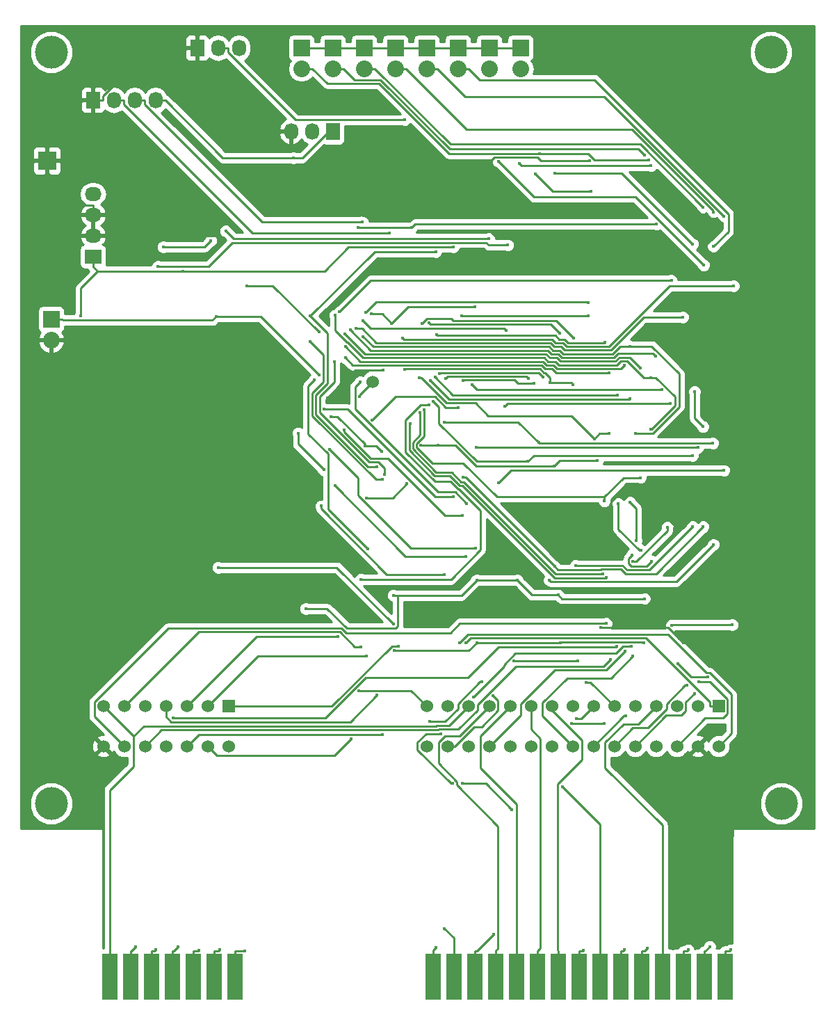
<source format=gbl>
G04 #@! TF.FileFunction,Copper,L2,Bot,Signal*
%FSLAX46Y46*%
G04 Gerber Fmt 4.6, Leading zero omitted, Abs format (unit mm)*
G04 Created by KiCad (PCBNEW 4.0.2+dfsg1-stable) date Fri 08 Feb 2019 16:08:27 CET*
%MOMM*%
G01*
G04 APERTURE LIST*
%ADD10C,0.100000*%
%ADD11C,1.524000*%
%ADD12R,1.524000X1.524000*%
%ADD13R,2.032000X2.032000*%
%ADD14O,2.032000X2.032000*%
%ADD15R,2.032000X1.727200*%
%ADD16O,2.032000X1.727200*%
%ADD17R,1.727200X2.032000*%
%ADD18O,1.727200X2.032000*%
%ADD19C,4.000000*%
%ADD20R,1.930400X5.588000*%
%ADD21R,2.235200X2.235200*%
%ADD22C,0.400000*%
%ADD23C,0.250000*%
%ADD24C,0.254000*%
G04 APERTURE END LIST*
D10*
D11*
X109220000Y-102984300D03*
X109220000Y-107835700D03*
X111760000Y-102984300D03*
X111760000Y-107835700D03*
X114300000Y-102984300D03*
X114300000Y-107835700D03*
X116840000Y-102984300D03*
X116840000Y-107835700D03*
X119380000Y-102984300D03*
X119380000Y-107835700D03*
X121920000Y-102984300D03*
X121920000Y-107835700D03*
D12*
X124460000Y-102984300D03*
D11*
X124460000Y-107835700D03*
D13*
X102870000Y-55880000D03*
D14*
X102870000Y-58420000D03*
D15*
X107950000Y-48260000D03*
D16*
X107950000Y-45720000D03*
X107950000Y-43180000D03*
X107950000Y-40640000D03*
D17*
X120650000Y-22860000D03*
D18*
X123190000Y-22860000D03*
X125730000Y-22860000D03*
D13*
X148590000Y-22860000D03*
D14*
X148590000Y-25400000D03*
D13*
X133350000Y-22860000D03*
D14*
X133350000Y-25400000D03*
D13*
X152400000Y-22860000D03*
D14*
X152400000Y-25400000D03*
D13*
X137160000Y-22860000D03*
D14*
X137160000Y-25400000D03*
D13*
X156210000Y-22860000D03*
D14*
X156210000Y-25400000D03*
D13*
X140970000Y-22860000D03*
D14*
X140970000Y-25400000D03*
D13*
X160020000Y-22860000D03*
D14*
X160020000Y-25400000D03*
D13*
X144780000Y-22860000D03*
D14*
X144780000Y-25400000D03*
D17*
X137160000Y-33020000D03*
D18*
X134620000Y-33020000D03*
X132080000Y-33020000D03*
D11*
X141986000Y-63500000D03*
D17*
X107950000Y-29210000D03*
D18*
X110490000Y-29210000D03*
X113030000Y-29210000D03*
X115570000Y-29210000D03*
D19*
X102870000Y-114808000D03*
X191770000Y-114808000D03*
X102870000Y-23368000D03*
D11*
X148590000Y-102984300D03*
X148590000Y-107835700D03*
X151130000Y-102984300D03*
X151130000Y-107835700D03*
X153670000Y-102984300D03*
X153670000Y-107835700D03*
X156210000Y-102984300D03*
X156210000Y-107835700D03*
X158750000Y-102984300D03*
X158750000Y-107835700D03*
X161290000Y-102984300D03*
X161290000Y-107835700D03*
X163830000Y-102984300D03*
X163830000Y-107835700D03*
X166370000Y-102984300D03*
X166370000Y-107835700D03*
X168910000Y-102984300D03*
X168910000Y-107835700D03*
X171450000Y-102984300D03*
X171450000Y-107835700D03*
X173990000Y-102984300D03*
X173990000Y-107835700D03*
X176530000Y-102984300D03*
X176530000Y-107835700D03*
X179070000Y-102984300D03*
X179070000Y-107835700D03*
X181610000Y-102984300D03*
X181610000Y-107835700D03*
D12*
X184150000Y-102984300D03*
D11*
X184150000Y-107835700D03*
D20*
X184912000Y-135890000D03*
X182372000Y-135890000D03*
X179832000Y-135890000D03*
X177292000Y-135890000D03*
X174752000Y-135890000D03*
X172212000Y-135890000D03*
X169672000Y-135890000D03*
X167132000Y-135890000D03*
X164592000Y-135890000D03*
X162052000Y-135890000D03*
X159512000Y-135890000D03*
X156972000Y-135890000D03*
X154432000Y-135890000D03*
X151892000Y-135890000D03*
X149352000Y-135890000D03*
X125222000Y-135890000D03*
X122682000Y-135890000D03*
X120142000Y-135890000D03*
X117602000Y-135890000D03*
X115062000Y-135890000D03*
X112522000Y-135890000D03*
X109982000Y-135890000D03*
D19*
X190500000Y-23368000D03*
D21*
X102362000Y-36576000D03*
D22*
X179339500Y-94775000D03*
X169795000Y-93425700D03*
X186330300Y-95241300D03*
X122950000Y-30102500D03*
X122855300Y-45720000D03*
X136366000Y-39797900D03*
X136548700Y-65427100D03*
X143273500Y-62064200D03*
X142885900Y-37506600D03*
X155547100Y-37451800D03*
X168402600Y-36565200D03*
X183062600Y-132227300D03*
X180422500Y-132626500D03*
X179190500Y-97811200D03*
X182851200Y-99432700D03*
X175442600Y-132463300D03*
X178450700Y-93125400D03*
X185805000Y-93063400D03*
X172684500Y-132626400D03*
X168027300Y-100080300D03*
X165100000Y-112792500D03*
X166851400Y-104515000D03*
X167673800Y-132667000D03*
X156770200Y-130693100D03*
X151834000Y-47082800D03*
X106453400Y-55482900D03*
X118898000Y-50022500D03*
X140281400Y-101104800D03*
X149694400Y-132341300D03*
X181742800Y-99958000D03*
X181210700Y-101426000D03*
X180324700Y-100450300D03*
X172844400Y-104172500D03*
X173718900Y-96869100D03*
X166228800Y-105105700D03*
X170180000Y-105105700D03*
X172783400Y-96259100D03*
X154253000Y-101873100D03*
X173521800Y-95674100D03*
X156658500Y-101647200D03*
X148971000Y-104855600D03*
X155325000Y-100010600D03*
X126443000Y-132770700D03*
X145165000Y-95651500D03*
X123369500Y-132626500D03*
X141265000Y-96834300D03*
X120832600Y-132680800D03*
X137804700Y-94457800D03*
X118292600Y-132269300D03*
X142565000Y-101638400D03*
X113179400Y-132225500D03*
X140615000Y-95758200D03*
X139360100Y-106979400D03*
X143215000Y-106394400D03*
X117720000Y-104395000D03*
X171745000Y-95701500D03*
X170989000Y-97246100D03*
X170445000Y-92891200D03*
X152595900Y-95247000D03*
X185653000Y-132626500D03*
X153375000Y-95262700D03*
X150744900Y-130018800D03*
X115631500Y-132626500D03*
X164835000Y-95252000D03*
X174995000Y-95246700D03*
X144515000Y-92969300D03*
X123203000Y-86090400D03*
X154675000Y-95252000D03*
X144606000Y-96207700D03*
X159635000Y-87636600D03*
X164602600Y-89446600D03*
X154675000Y-87636600D03*
X175095500Y-89880000D03*
X132366000Y-36220800D03*
X133858000Y-91105300D03*
X143107300Y-72003900D03*
X141065800Y-71312200D03*
X136908300Y-67710000D03*
X144515000Y-89468100D03*
X161017700Y-63114500D03*
X150870700Y-63089500D03*
X161659900Y-63700400D03*
X153057600Y-63372000D03*
X162744200Y-62889300D03*
X150149800Y-62510300D03*
X140391500Y-65307300D03*
X122950000Y-55555000D03*
X135488300Y-62682300D03*
X185960000Y-51817500D03*
X145688100Y-58176500D03*
X126670100Y-51818900D03*
X135491400Y-57446900D03*
X145878200Y-31627000D03*
X144298700Y-56375300D03*
X141851200Y-55242000D03*
X154427600Y-54320200D03*
X143433500Y-74770300D03*
X137330500Y-61032800D03*
X134357600Y-58576400D03*
X143215000Y-75397700D03*
X149691300Y-47667800D03*
X134430900Y-55490900D03*
X142524500Y-73815600D03*
X141968000Y-68185900D03*
X152415700Y-66604600D03*
X141402200Y-83844400D03*
X134887400Y-63283100D03*
X140615000Y-87536200D03*
X148854400Y-66333200D03*
X141279200Y-77634200D03*
X146198000Y-75878000D03*
X179789700Y-55640100D03*
X140002900Y-57014300D03*
X178382200Y-51171200D03*
X137961300Y-54978600D03*
X176480000Y-60381600D03*
X139310400Y-57184100D03*
X175895000Y-62976900D03*
X175895000Y-69242900D03*
X137410300Y-55411400D03*
X174625000Y-61792500D03*
X138609700Y-57675400D03*
X173355000Y-59150700D03*
X173990000Y-69772500D03*
X140866800Y-57968500D03*
X172635400Y-61477300D03*
X138722700Y-59206200D03*
X170815000Y-62412900D03*
X138706700Y-60583300D03*
X173593100Y-84557900D03*
X176001800Y-85350800D03*
X171837700Y-65080900D03*
X149622400Y-62924500D03*
X171920600Y-78341800D03*
X174670800Y-84019200D03*
X173355000Y-65518100D03*
X149024100Y-63302300D03*
X173355000Y-78166300D03*
X174080400Y-82847200D03*
X154099300Y-63805000D03*
X177195900Y-64428900D03*
X173695000Y-85390300D03*
X177884600Y-81213800D03*
X170219900Y-78018800D03*
X174625000Y-75146500D03*
X148319000Y-66882100D03*
X168994700Y-70431600D03*
X147673200Y-62989700D03*
X170782900Y-69772500D03*
X170264700Y-58660300D03*
X149800000Y-57785800D03*
X170067600Y-86831400D03*
X147782000Y-67215600D03*
X170471700Y-87276500D03*
X146622500Y-68578700D03*
X147892200Y-71244500D03*
X149935300Y-71244500D03*
X169405600Y-73042400D03*
X164124800Y-73731600D03*
X168577500Y-40318500D03*
X161828200Y-38198800D03*
X154588200Y-83737500D03*
X136757200Y-71678900D03*
X153375000Y-84722600D03*
X137424700Y-76120000D03*
X153487100Y-78322200D03*
X140500200Y-63502700D03*
X152941300Y-79747500D03*
X138579100Y-69363900D03*
X182231000Y-68953500D03*
X181218300Y-64695800D03*
X180975000Y-46736400D03*
X164194000Y-38091500D03*
X180975000Y-81133900D03*
X166771800Y-85817900D03*
X182329700Y-49315400D03*
X157311200Y-36671400D03*
X182245000Y-81144600D03*
X164185000Y-85960600D03*
X153016800Y-75135200D03*
X183515000Y-83315700D03*
X163535000Y-87635400D03*
X183515000Y-47004500D03*
X184785000Y-43317900D03*
X184785000Y-74287900D03*
X157377400Y-75757500D03*
X183515000Y-42803700D03*
X183430300Y-70968700D03*
X150746500Y-68419000D03*
X162230000Y-70912500D03*
X182245000Y-42231200D03*
X181610000Y-71500000D03*
X154624800Y-71500000D03*
X175144800Y-35931700D03*
X180975000Y-72457400D03*
X149378100Y-65889700D03*
X160935000Y-73188800D03*
X175643500Y-36457000D03*
X162371000Y-35695800D03*
X144049400Y-45403000D03*
X140760600Y-44061800D03*
X148850000Y-56332100D03*
X164767500Y-57599200D03*
X166413300Y-63843900D03*
X163608900Y-63625500D03*
X145907300Y-61995800D03*
X148047500Y-56391600D03*
X166500000Y-58210000D03*
X141168700Y-55034800D03*
X168275000Y-53812500D03*
X152858800Y-55459300D03*
X168275000Y-55459300D03*
X159231600Y-97437600D03*
X166969500Y-97437600D03*
X158958000Y-115563400D03*
X152926400Y-112381400D03*
X151733200Y-112381400D03*
X150295800Y-106318300D03*
X132932900Y-69750500D03*
X136060600Y-74201700D03*
X178269000Y-66160600D03*
X158126300Y-66480800D03*
X158296500Y-57275900D03*
X140868000Y-56083100D03*
X176530000Y-44282500D03*
X146766100Y-44692700D03*
X140235300Y-44692700D03*
X135753900Y-78608900D03*
X150775000Y-86934700D03*
X136096500Y-66832800D03*
X151850900Y-77436700D03*
X159907200Y-36957500D03*
X175895000Y-37208100D03*
X158462000Y-46862500D03*
X115865000Y-49453600D03*
X124135000Y-45147800D03*
X156135600Y-46078500D03*
X122329900Y-46300900D03*
X116515000Y-47081800D03*
D23*
X106334200Y-41991100D02*
X107950000Y-41991100D01*
X102362000Y-38018900D02*
X106334200Y-41991100D01*
X102362000Y-36576000D02*
X102362000Y-38018900D01*
X107950000Y-43180000D02*
X107950000Y-41991100D01*
X109138900Y-28689900D02*
X109138900Y-29210000D01*
X114968800Y-22860000D02*
X109138900Y-28689900D01*
X120650000Y-22860000D02*
X114968800Y-22860000D01*
X107950000Y-29210000D02*
X109138900Y-29210000D01*
X177990200Y-93425700D02*
X179339500Y-94775000D01*
X169795000Y-93425700D02*
X177990200Y-93425700D01*
X179805800Y-95241300D02*
X186330300Y-95241300D01*
X179339500Y-94775000D02*
X179805800Y-95241300D01*
X127973600Y-30102500D02*
X130891100Y-33020000D01*
X122950000Y-30102500D02*
X127973600Y-30102500D01*
X132080000Y-33020000D02*
X130891100Y-33020000D01*
X122855300Y-45720000D02*
X107950000Y-45720000D01*
X139911600Y-62064200D02*
X136548700Y-65427100D01*
X143273500Y-62064200D02*
X139911600Y-62064200D01*
X142940700Y-37451800D02*
X155547100Y-37451800D01*
X142885900Y-37506600D02*
X142940700Y-37451800D01*
X138657300Y-37506600D02*
X136366000Y-39797900D01*
X142885900Y-37506600D02*
X138657300Y-37506600D01*
X162497500Y-36565200D02*
X168402600Y-36565200D01*
X162078400Y-36146100D02*
X162497500Y-36565200D01*
X156852800Y-36146100D02*
X162078400Y-36146100D01*
X155547100Y-37451800D02*
X156852800Y-36146100D01*
X182519200Y-132770700D02*
X183062600Y-132227300D01*
X182372000Y-132770700D02*
X182519200Y-132770700D01*
X182372000Y-135890000D02*
X182372000Y-132770700D01*
X180278300Y-132770700D02*
X180422500Y-132626500D01*
X179832000Y-132770700D02*
X180278300Y-132770700D01*
X179832000Y-135890000D02*
X179832000Y-132770700D01*
X180812000Y-99432700D02*
X179190500Y-97811200D01*
X182851200Y-99432700D02*
X180812000Y-99432700D01*
X174395400Y-105118900D02*
X176530000Y-102984300D01*
X172606100Y-105118900D02*
X174395400Y-105118900D01*
X170334400Y-107390600D02*
X172606100Y-105118900D01*
X170334400Y-110465100D02*
X170334400Y-107390600D01*
X177292000Y-117422700D02*
X170334400Y-110465100D01*
X177292000Y-135890000D02*
X177292000Y-117422700D01*
X175135200Y-132770700D02*
X175442600Y-132463300D01*
X174752000Y-132770700D02*
X175135200Y-132770700D01*
X174752000Y-135890000D02*
X174752000Y-132770700D01*
X178512700Y-93063400D02*
X178450700Y-93125400D01*
X185805000Y-93063400D02*
X178512700Y-93063400D01*
X172540200Y-132770700D02*
X172684500Y-132626400D01*
X172212000Y-132770700D02*
X172540200Y-132770700D01*
X172212000Y-135890000D02*
X172212000Y-132770700D01*
X168546000Y-100080300D02*
X168027300Y-100080300D01*
X171450000Y-102984300D02*
X168546000Y-100080300D01*
X169672000Y-117364500D02*
X165100000Y-112792500D01*
X169672000Y-135890000D02*
X169672000Y-117364500D01*
X167379300Y-104515000D02*
X166851400Y-104515000D01*
X168910000Y-102984300D02*
X167379300Y-104515000D01*
X167570100Y-132770700D02*
X167673800Y-132667000D01*
X167132000Y-132770700D02*
X167570100Y-132770700D01*
X167132000Y-135890000D02*
X167132000Y-132770700D01*
X164592000Y-135890000D02*
X164592000Y-132770700D01*
X164539300Y-132718000D02*
X164592000Y-132770700D01*
X164539300Y-112417000D02*
X164539300Y-132718000D01*
X167460500Y-109495800D02*
X164539300Y-112417000D01*
X167460500Y-107080300D02*
X167460500Y-109495800D01*
X163830000Y-103449800D02*
X167460500Y-107080300D01*
X163830000Y-102984300D02*
X163830000Y-103449800D01*
X161290000Y-105776200D02*
X161290000Y-102984300D01*
X162431100Y-106917300D02*
X161290000Y-105776200D01*
X162431100Y-132391600D02*
X162431100Y-106917300D01*
X162052000Y-132770700D02*
X162431100Y-132391600D01*
X162052000Y-135890000D02*
X162052000Y-132770700D01*
X155101300Y-106633000D02*
X158750000Y-102984300D01*
X155101300Y-110501700D02*
X155101300Y-106633000D01*
X159512000Y-114912400D02*
X155101300Y-110501700D01*
X159512000Y-135890000D02*
X159512000Y-114912400D01*
X154432000Y-135890000D02*
X154432000Y-132770700D01*
X154692600Y-132770700D02*
X156770200Y-130693100D01*
X154432000Y-132770700D02*
X154692600Y-132770700D01*
X107950000Y-48260000D02*
X107950000Y-49448900D01*
X106453400Y-52092700D02*
X106453400Y-55482900D01*
X108523600Y-50022500D02*
X106453400Y-52092700D01*
X107950000Y-49448900D02*
X108523600Y-50022500D01*
X108523600Y-50022500D02*
X118898000Y-50022500D01*
X114120600Y-105381100D02*
X112868700Y-106633000D01*
X149746200Y-105381100D02*
X114120600Y-105381100D01*
X149821400Y-105305900D02*
X149746200Y-105381100D01*
X151348400Y-105305900D02*
X149821400Y-105305900D01*
X153670000Y-102984300D02*
X151348400Y-105305900D01*
X112868700Y-110303600D02*
X112868700Y-106633000D01*
X109982000Y-113190300D02*
X112868700Y-110303600D01*
X109982000Y-135890000D02*
X109982000Y-113190300D01*
X112868700Y-106633000D02*
X109220000Y-102984300D01*
X139095400Y-47082800D02*
X151834000Y-47082800D01*
X136155700Y-50022500D02*
X139095400Y-47082800D01*
X118898000Y-50022500D02*
X136155700Y-50022500D01*
X146710500Y-101104800D02*
X140281400Y-101104800D01*
X148590000Y-102984300D02*
X146710500Y-101104800D01*
X149352000Y-132683700D02*
X149694400Y-132341300D01*
X149352000Y-135890000D02*
X149352000Y-132683700D01*
X183109800Y-99958000D02*
X181742800Y-99958000D01*
X185237400Y-102085600D02*
X183109800Y-99958000D01*
X185237400Y-103907000D02*
X185237400Y-102085600D01*
X184727500Y-104416900D02*
X185237400Y-103907000D01*
X182488800Y-104416900D02*
X184727500Y-104416900D01*
X179070000Y-107835700D02*
X182488800Y-104416900D01*
X180157400Y-102479300D02*
X181210700Y-101426000D01*
X180157400Y-103514300D02*
X180157400Y-102479300D01*
X179580500Y-104091200D02*
X180157400Y-103514300D01*
X177734500Y-104091200D02*
X179580500Y-104091200D01*
X173990000Y-107835700D02*
X177734500Y-104091200D01*
X180055100Y-100450300D02*
X180324700Y-100450300D01*
X177800000Y-102705400D02*
X180055100Y-100450300D01*
X177800000Y-103320500D02*
X177800000Y-102705400D01*
X175551200Y-105569300D02*
X177800000Y-103320500D01*
X173716400Y-105569300D02*
X175551200Y-105569300D01*
X171450000Y-107835700D02*
X173716400Y-105569300D01*
X172573200Y-104172500D02*
X172844400Y-104172500D01*
X168910000Y-107835700D02*
X172573200Y-104172500D01*
X171050500Y-99537500D02*
X173718900Y-96869100D01*
X165721500Y-99537500D02*
X171050500Y-99537500D01*
X162710400Y-102548600D02*
X165721500Y-99537500D01*
X162710400Y-104176100D02*
X162710400Y-102548600D01*
X166370000Y-107835700D02*
X162710400Y-104176100D01*
X166228800Y-105105700D02*
X170180000Y-105105700D01*
X170489700Y-98552800D02*
X172783400Y-96259100D01*
X164171300Y-98552800D02*
X170489700Y-98552800D01*
X160020000Y-102704100D02*
X164171300Y-98552800D01*
X160020000Y-104025700D02*
X160020000Y-102704100D01*
X156210000Y-107835700D02*
X160020000Y-104025700D01*
X172526000Y-95674100D02*
X173521800Y-95674100D01*
X171653700Y-96546400D02*
X172526000Y-95674100D01*
X159379900Y-96546400D02*
X171653700Y-96546400D01*
X157989200Y-97937100D02*
X159379900Y-96546400D01*
X157989200Y-98136900D02*
X157989200Y-97937100D01*
X154253000Y-101873100D02*
X157989200Y-98136900D01*
X157297400Y-102286100D02*
X156658500Y-101647200D01*
X157297400Y-103460200D02*
X157297400Y-102286100D01*
X155298400Y-105459200D02*
X157297400Y-103460200D01*
X154384500Y-105459200D02*
X155298400Y-105459200D01*
X152008000Y-107835700D02*
X154384500Y-105459200D01*
X151130000Y-107835700D02*
X152008000Y-107835700D01*
X155066700Y-100010600D02*
X155325000Y-100010600D01*
X152400000Y-102677300D02*
X155066700Y-100010600D01*
X152400000Y-103284300D02*
X152400000Y-102677300D01*
X150828700Y-104855600D02*
X152400000Y-103284300D01*
X148971000Y-104855600D02*
X150828700Y-104855600D01*
X125222000Y-132770700D02*
X126443000Y-132770700D01*
X125222000Y-135890000D02*
X125222000Y-132770700D01*
X137022100Y-102984300D02*
X124460000Y-102984300D01*
X144354900Y-95651500D02*
X137022100Y-102984300D01*
X145165000Y-95651500D02*
X144354900Y-95651500D01*
X123225300Y-132770700D02*
X123369500Y-132626500D01*
X122682000Y-132770700D02*
X123225300Y-132770700D01*
X122682000Y-135890000D02*
X122682000Y-132770700D01*
X128070000Y-96834300D02*
X141265000Y-96834300D01*
X121920000Y-102984300D02*
X128070000Y-96834300D01*
X120742700Y-132770700D02*
X120832600Y-132680800D01*
X120142000Y-132770700D02*
X120742700Y-132770700D01*
X120142000Y-135890000D02*
X120142000Y-132770700D01*
X127906500Y-94457800D02*
X137804700Y-94457800D01*
X119380000Y-102984300D02*
X127906500Y-94457800D01*
X117791200Y-132770700D02*
X118292600Y-132269300D01*
X117602000Y-132770700D02*
X117791200Y-132770700D01*
X117602000Y-135890000D02*
X117602000Y-132770700D01*
X139283100Y-104920300D02*
X142565000Y-101638400D01*
X117494400Y-104920300D02*
X139283100Y-104920300D01*
X116840000Y-104265900D02*
X117494400Y-104920300D01*
X116840000Y-102984300D02*
X116840000Y-104265900D01*
X112634200Y-132770700D02*
X113179400Y-132225500D01*
X112522000Y-132770700D02*
X112634200Y-132770700D01*
X112522000Y-135890000D02*
X112522000Y-132770700D01*
X139848100Y-95758200D02*
X140615000Y-95758200D01*
X138022400Y-93932500D02*
X139848100Y-95758200D01*
X120811800Y-93932500D02*
X138022400Y-93932500D01*
X111760000Y-102984300D02*
X120811800Y-93932500D01*
X137388100Y-108951400D02*
X139360100Y-106979400D01*
X123035700Y-108951400D02*
X137388100Y-108951400D01*
X121920000Y-107835700D02*
X123035700Y-108951400D01*
X120821300Y-106394400D02*
X143215000Y-106394400D01*
X119380000Y-107835700D02*
X120821300Y-106394400D01*
X171656800Y-95789700D02*
X171745000Y-95701500D01*
X157332700Y-95789700D02*
X171656800Y-95789700D01*
X153637200Y-99485200D02*
X157332700Y-95789700D01*
X141158100Y-99485200D02*
X153637200Y-99485200D01*
X136248300Y-104395000D02*
X141158100Y-99485200D01*
X117720000Y-104395000D02*
X136248300Y-104395000D01*
X170132600Y-98102500D02*
X170989000Y-97246100D01*
X159460300Y-98102500D02*
X170132600Y-98102500D01*
X154775500Y-102787300D02*
X159460300Y-98102500D01*
X154775500Y-103464700D02*
X154775500Y-102787300D01*
X152447200Y-105793000D02*
X154775500Y-103464700D01*
X150078200Y-105793000D02*
X152447200Y-105793000D01*
X150039600Y-105831600D02*
X150078200Y-105793000D01*
X116304100Y-105831600D02*
X150039600Y-105831600D01*
X114300000Y-107835700D02*
X116304100Y-105831600D01*
X108119200Y-104194900D02*
X111760000Y-107835700D01*
X108119200Y-102449900D02*
X108119200Y-104194900D01*
X117086900Y-93482200D02*
X108119200Y-102449900D01*
X138209000Y-93482200D02*
X117086900Y-93482200D01*
X138758200Y-94031400D02*
X138209000Y-93482200D01*
X151492000Y-94031400D02*
X138758200Y-94031400D01*
X152632200Y-92891200D02*
X151492000Y-94031400D01*
X170445000Y-92891200D02*
X152632200Y-92891200D01*
X153594900Y-94248000D02*
X152595900Y-95247000D01*
X178036700Y-94248000D02*
X153594900Y-94248000D01*
X182696100Y-98907400D02*
X178036700Y-94248000D01*
X183068900Y-98907400D02*
X182696100Y-98907400D01*
X185687700Y-101526200D02*
X183068900Y-98907400D01*
X185687700Y-106298000D02*
X185687700Y-101526200D01*
X184150000Y-107835700D02*
X185687700Y-106298000D01*
X185508800Y-132770700D02*
X185653000Y-132626500D01*
X184912000Y-132770700D02*
X185508800Y-132770700D01*
X184912000Y-135890000D02*
X184912000Y-132770700D01*
X184150000Y-102984300D02*
X183062700Y-102984300D01*
X153939400Y-94698300D02*
X153375000Y-95262700D01*
X175325500Y-94698300D02*
X153939400Y-94698300D01*
X183062700Y-102435500D02*
X175325500Y-94698300D01*
X183062700Y-102984300D02*
X183062700Y-102435500D01*
X156972000Y-135890000D02*
X156972000Y-132770700D01*
X152634600Y-106559700D02*
X156210000Y-102984300D01*
X150856100Y-106559700D02*
X152634600Y-106559700D01*
X150034900Y-107380900D02*
X150856100Y-106559700D01*
X150034900Y-109940100D02*
X150034900Y-107380900D01*
X152258500Y-112163700D02*
X150034900Y-109940100D01*
X152258500Y-112540800D02*
X152258500Y-112163700D01*
X157295600Y-117577900D02*
X152258500Y-112540800D01*
X157295600Y-132447100D02*
X157295600Y-117577900D01*
X156972000Y-132770700D02*
X157295600Y-132447100D01*
X151892000Y-131165900D02*
X150744900Y-130018800D01*
X151892000Y-135890000D02*
X151892000Y-131165900D01*
X115487300Y-132770700D02*
X115631500Y-132626500D01*
X115062000Y-132770700D02*
X115487300Y-132770700D01*
X115062000Y-135890000D02*
X115062000Y-132770700D01*
X137636100Y-86090400D02*
X144515000Y-92969300D01*
X123203000Y-86090400D02*
X137636100Y-86090400D01*
X164835000Y-95252000D02*
X154675000Y-95252000D01*
X153719300Y-96207700D02*
X144606000Y-96207700D01*
X154675000Y-95252000D02*
X153719300Y-96207700D01*
X174896900Y-95148600D02*
X174995000Y-95246700D01*
X164938400Y-95148600D02*
X174896900Y-95148600D01*
X164835000Y-95252000D02*
X164938400Y-95148600D01*
X161445000Y-89446600D02*
X159635000Y-87636600D01*
X164602600Y-89446600D02*
X161445000Y-89446600D01*
X165036000Y-89880000D02*
X175095500Y-89880000D01*
X164602600Y-89446600D02*
X165036000Y-89880000D01*
X137160000Y-33020000D02*
X136647700Y-33020000D01*
X115570000Y-29210000D02*
X116758900Y-29210000D01*
X133446900Y-36220800D02*
X132366000Y-36220800D01*
X136647700Y-33020000D02*
X133446900Y-36220800D01*
X123769700Y-36220800D02*
X116758900Y-29210000D01*
X132366000Y-36220800D02*
X123769700Y-36220800D01*
X137714500Y-67710000D02*
X136908300Y-67710000D01*
X141065800Y-71061300D02*
X137714500Y-67710000D01*
X141065800Y-71312200D02*
X141065800Y-71061300D01*
X142415600Y-71312200D02*
X143107300Y-72003900D01*
X141065800Y-71312200D02*
X142415600Y-71312200D01*
X159635000Y-87636600D02*
X154675000Y-87636600D01*
X152843500Y-89468100D02*
X145042100Y-89468100D01*
X154675000Y-87636600D02*
X152843500Y-89468100D01*
X145042100Y-93253900D02*
X145042100Y-89468100D01*
X144783400Y-93512600D02*
X145042100Y-93253900D01*
X138876300Y-93512600D02*
X144783400Y-93512600D01*
X136469000Y-91105300D02*
X138876300Y-93512600D01*
X133858000Y-91105300D02*
X136469000Y-91105300D01*
X145042100Y-89468100D02*
X144515000Y-89468100D01*
X151130900Y-62829300D02*
X150870700Y-63089500D01*
X160732500Y-62829300D02*
X151130900Y-62829300D01*
X161017700Y-63114500D02*
X160732500Y-62829300D01*
X159751300Y-63700400D02*
X161659900Y-63700400D01*
X159330600Y-63279700D02*
X159751300Y-63700400D01*
X153149900Y-63279700D02*
X159330600Y-63279700D01*
X153057600Y-63372000D02*
X153149900Y-63279700D01*
X150281100Y-62379000D02*
X150149800Y-62510300D01*
X162210000Y-62379000D02*
X150281100Y-62379000D01*
X162720300Y-62889300D02*
X162210000Y-62379000D01*
X162744200Y-62889300D02*
X162720300Y-62889300D01*
X140391500Y-65094500D02*
X140391500Y-65307300D01*
X141986000Y-63500000D02*
X140391500Y-65094500D01*
X122496800Y-56008200D02*
X122950000Y-55555000D01*
X104339500Y-56008200D02*
X122496800Y-56008200D01*
X104211300Y-55880000D02*
X104339500Y-56008200D01*
X102870000Y-55880000D02*
X104211300Y-55880000D01*
X128361000Y-55555000D02*
X135488300Y-62682300D01*
X122950000Y-55555000D02*
X128361000Y-55555000D01*
X145822800Y-58311200D02*
X145688100Y-58176500D01*
X163874500Y-58311200D02*
X145822800Y-58311200D01*
X164324800Y-58761500D02*
X163874500Y-58311200D01*
X165188700Y-58761500D02*
X164324800Y-58761500D01*
X165612900Y-59185700D02*
X165188700Y-58761500D01*
X170828600Y-59185700D02*
X165612900Y-59185700D01*
X178196800Y-51817500D02*
X170828600Y-59185700D01*
X185960000Y-51817500D02*
X178196800Y-51817500D01*
X129863400Y-51818900D02*
X126670100Y-51818900D01*
X135491400Y-57446900D02*
X129863400Y-51818900D01*
X123190000Y-22860000D02*
X124378900Y-22860000D01*
X132625800Y-31627000D02*
X145878200Y-31627000D01*
X124378900Y-23380100D02*
X132625800Y-31627000D01*
X124378900Y-22860000D02*
X124378900Y-23380100D01*
X143165400Y-55242000D02*
X141851200Y-55242000D01*
X144298700Y-56375300D02*
X143165400Y-55242000D01*
X146353800Y-54320200D02*
X144298700Y-56375300D01*
X154427600Y-54320200D02*
X146353800Y-54320200D01*
X143433400Y-74770300D02*
X143433500Y-74770300D01*
X143433400Y-73981200D02*
X143433400Y-74770300D01*
X142678400Y-73226200D02*
X143433400Y-73981200D01*
X141592100Y-73226200D02*
X142678400Y-73226200D01*
X135554900Y-67189000D02*
X141592100Y-73226200D01*
X135554900Y-65269500D02*
X135554900Y-67189000D01*
X137330500Y-63493900D02*
X135554900Y-65269500D01*
X137330500Y-61032800D02*
X137330500Y-63493900D01*
X142404100Y-75397700D02*
X143215000Y-75397700D01*
X134654200Y-67647800D02*
X142404100Y-75397700D01*
X134654200Y-64896400D02*
X134654200Y-67647800D01*
X136019500Y-63531100D02*
X134654200Y-64896400D01*
X136019500Y-60238300D02*
X136019500Y-63531100D01*
X134357600Y-58576400D02*
X136019500Y-60238300D01*
X142254000Y-47667800D02*
X149691300Y-47667800D01*
X134430900Y-55490900D02*
X142254000Y-47667800D01*
X141465100Y-73815600D02*
X142524500Y-73815600D01*
X135104500Y-67455000D02*
X141465100Y-73815600D01*
X135104500Y-65083000D02*
X135104500Y-67455000D01*
X136482800Y-63704700D02*
X135104500Y-65083000D01*
X136482800Y-57542800D02*
X136482800Y-63704700D01*
X134430900Y-55490900D02*
X136482800Y-57542800D01*
X144833700Y-65320200D02*
X141968000Y-68185900D01*
X149635900Y-65320200D02*
X144833700Y-65320200D01*
X150920300Y-66604600D02*
X149635900Y-65320200D01*
X152415700Y-66604600D02*
X150920300Y-66604600D01*
X136586000Y-79028200D02*
X141402200Y-83844400D01*
X136586000Y-72250600D02*
X136586000Y-79028200D01*
X134178800Y-69843400D02*
X136586000Y-72250600D01*
X134178800Y-63991700D02*
X134178800Y-69843400D01*
X134887400Y-63283100D02*
X134178800Y-63991700D01*
X151558200Y-87536200D02*
X140615000Y-87536200D01*
X155151300Y-83943100D02*
X151558200Y-87536200D01*
X155151300Y-79180800D02*
X155151300Y-83943100D01*
X152531600Y-76561100D02*
X155151300Y-79180800D01*
X152426000Y-76561100D02*
X152531600Y-76561100D01*
X151485300Y-75620400D02*
X152426000Y-76561100D01*
X149614500Y-75620400D02*
X151485300Y-75620400D01*
X146016000Y-72021900D02*
X149614500Y-75620400D01*
X146016000Y-68182800D02*
X146016000Y-72021900D01*
X147865600Y-66333200D02*
X146016000Y-68182800D01*
X148854400Y-66333200D02*
X147865600Y-66333200D01*
X144441800Y-77634200D02*
X141279200Y-77634200D01*
X146198000Y-75878000D02*
X144441800Y-77634200D01*
X140726600Y-57014300D02*
X140002900Y-57014300D01*
X142473800Y-58761500D02*
X140726600Y-57014300D01*
X163687700Y-58761500D02*
X142473800Y-58761500D01*
X164138000Y-59211800D02*
X163687700Y-58761500D01*
X165002100Y-59211800D02*
X164138000Y-59211800D01*
X165426300Y-59636000D02*
X165002100Y-59211800D01*
X171015200Y-59636000D02*
X165426300Y-59636000D01*
X175011100Y-55640100D02*
X171015200Y-59636000D01*
X179789700Y-55640100D02*
X175011100Y-55640100D01*
X141768700Y-51171200D02*
X178382200Y-51171200D01*
X137961300Y-54978600D02*
X141768700Y-51171200D01*
X141788400Y-59662100D02*
X139310400Y-57184100D01*
X163314500Y-59662100D02*
X141788400Y-59662100D01*
X163764800Y-60112400D02*
X163314500Y-59662100D01*
X164628900Y-60112400D02*
X163764800Y-60112400D01*
X165053100Y-60536600D02*
X164628900Y-60112400D01*
X171388400Y-60536600D02*
X165053100Y-60536600D01*
X171883800Y-60041200D02*
X171388400Y-60536600D01*
X176139600Y-60041200D02*
X171883800Y-60041200D01*
X176480000Y-60381600D02*
X176139600Y-60041200D01*
X137410400Y-55411400D02*
X137410300Y-55411400D01*
X137410400Y-57224700D02*
X137410400Y-55411400D01*
X138866500Y-58680800D02*
X137410400Y-57224700D01*
X138978200Y-58680800D02*
X138866500Y-58680800D01*
X140860100Y-60562700D02*
X138978200Y-58680800D01*
X162941300Y-60562700D02*
X140860100Y-60562700D01*
X163391600Y-61013000D02*
X162941300Y-60562700D01*
X164255700Y-61013000D02*
X163391600Y-61013000D01*
X164679900Y-61437200D02*
X164255700Y-61013000D01*
X171761600Y-61437200D02*
X164679900Y-61437200D01*
X172246900Y-60951900D02*
X171761600Y-61437200D01*
X172983900Y-60951900D02*
X172246900Y-60951900D01*
X175008900Y-62976900D02*
X172983900Y-60951900D01*
X175895000Y-62976900D02*
X175008900Y-62976900D01*
X176503600Y-62976900D02*
X175895000Y-62976900D01*
X178849100Y-65322400D02*
X176503600Y-62976900D01*
X178849100Y-66398700D02*
X178849100Y-65322400D01*
X176004900Y-69242900D02*
X178849100Y-66398700D01*
X175895000Y-69242900D02*
X176004900Y-69242900D01*
X141046700Y-60112400D02*
X138609700Y-57675400D01*
X163127900Y-60112400D02*
X141046700Y-60112400D01*
X163578200Y-60562700D02*
X163127900Y-60112400D01*
X164442300Y-60562700D02*
X163578200Y-60562700D01*
X164866500Y-60986900D02*
X164442300Y-60562700D01*
X171575000Y-60986900D02*
X164866500Y-60986900D01*
X172060300Y-60501600D02*
X171575000Y-60986900D01*
X173334100Y-60501600D02*
X172060300Y-60501600D01*
X174625000Y-61792500D02*
X173334100Y-60501600D01*
X142110100Y-59211800D02*
X140866800Y-57968500D01*
X163501100Y-59211800D02*
X142110100Y-59211800D01*
X163951400Y-59662100D02*
X163501100Y-59211800D01*
X164815500Y-59662100D02*
X163951400Y-59662100D01*
X165239700Y-60086300D02*
X164815500Y-59662100D01*
X171201800Y-60086300D02*
X165239700Y-60086300D01*
X172137400Y-59150700D02*
X171201800Y-60086300D01*
X173355000Y-59150700D02*
X172137400Y-59150700D01*
X175992100Y-59150700D02*
X173355000Y-59150700D01*
X179327400Y-62486000D02*
X175992100Y-59150700D01*
X179327400Y-66557600D02*
X179327400Y-62486000D01*
X176112500Y-69772500D02*
X179327400Y-66557600D01*
X173990000Y-69772500D02*
X176112500Y-69772500D01*
X140529500Y-61013000D02*
X138722700Y-59206200D01*
X162754700Y-61013000D02*
X140529500Y-61013000D01*
X163205000Y-61463300D02*
X162754700Y-61013000D01*
X164069100Y-61463300D02*
X163205000Y-61463300D01*
X164493300Y-61887500D02*
X164069100Y-61463300D01*
X172225200Y-61887500D02*
X164493300Y-61887500D01*
X172635400Y-61477300D02*
X172225200Y-61887500D01*
X139586700Y-61463300D02*
X138706700Y-60583300D01*
X162568100Y-61463300D02*
X139586700Y-61463300D01*
X163018400Y-61913600D02*
X162568100Y-61463300D01*
X163882500Y-61913600D02*
X163018400Y-61913600D01*
X164381800Y-62412900D02*
X163882500Y-61913600D01*
X170815000Y-62412900D02*
X164381800Y-62412900D01*
X175414500Y-85938100D02*
X176001800Y-85350800D01*
X173498400Y-85938100D02*
X175414500Y-85938100D01*
X173169600Y-85609300D02*
X173498400Y-85938100D01*
X173169600Y-84981400D02*
X173169600Y-85609300D01*
X173593100Y-84557900D02*
X173169600Y-84981400D01*
X151778800Y-65080900D02*
X149622400Y-62924500D01*
X171837700Y-65080900D02*
X151778800Y-65080900D01*
X171920600Y-81452000D02*
X171920600Y-78341800D01*
X174487800Y-84019200D02*
X171920600Y-81452000D01*
X174670800Y-84019200D02*
X174487800Y-84019200D01*
X173266900Y-65606200D02*
X173355000Y-65518100D01*
X151328000Y-65606200D02*
X173266900Y-65606200D01*
X149024100Y-63302300D02*
X151328000Y-65606200D01*
X174080400Y-78891700D02*
X174080400Y-82847200D01*
X173355000Y-78166300D02*
X174080400Y-78891700D01*
X154723200Y-64428900D02*
X154099300Y-63805000D01*
X177195900Y-64428900D02*
X154723200Y-64428900D01*
X177884600Y-81648100D02*
X177884600Y-81213800D01*
X174142400Y-85390300D02*
X177884600Y-81648100D01*
X173695000Y-85390300D02*
X174142400Y-85390300D01*
X148319000Y-70074800D02*
X148319000Y-66882100D01*
X147366900Y-71026900D02*
X148319000Y-70074800D01*
X147366900Y-71462100D02*
X147366900Y-71026900D01*
X149301800Y-73397000D02*
X147366900Y-71462100D01*
X153061800Y-73397000D02*
X149301800Y-73397000D01*
X157167800Y-77503000D02*
X153061800Y-73397000D01*
X170219900Y-77503000D02*
X157167800Y-77503000D01*
X172576400Y-75146500D02*
X170219900Y-77503000D01*
X174625000Y-75146500D02*
X172576400Y-75146500D01*
X170219900Y-77503000D02*
X170219900Y-78018800D01*
X147944100Y-62989700D02*
X147673200Y-62989700D01*
X151010900Y-66056500D02*
X147944100Y-62989700D01*
X154507200Y-66056500D02*
X151010900Y-66056500D01*
X156082700Y-67632000D02*
X154507200Y-66056500D01*
X166195100Y-67632000D02*
X156082700Y-67632000D01*
X168994700Y-70431600D02*
X166195100Y-67632000D01*
X169653800Y-69772500D02*
X170782900Y-69772500D01*
X168994700Y-70431600D02*
X169653800Y-69772500D01*
X149875100Y-57860900D02*
X149800000Y-57785800D01*
X164286100Y-57860900D02*
X149875100Y-57860900D01*
X164736400Y-58311200D02*
X164286100Y-57860900D01*
X165375300Y-58311200D02*
X164736400Y-58311200D01*
X165799500Y-58735400D02*
X165375300Y-58311200D01*
X170189600Y-58735400D02*
X165799500Y-58735400D01*
X170264700Y-58660300D02*
X170189600Y-58735400D01*
X164286000Y-86831400D02*
X170067600Y-86831400D01*
X153115100Y-75660500D02*
X164286000Y-86831400D01*
X152799200Y-75660500D02*
X153115100Y-75660500D01*
X151627700Y-74489000D02*
X152799200Y-75660500D01*
X149756900Y-74489000D02*
X151627700Y-74489000D01*
X146916600Y-71648700D02*
X149756900Y-74489000D01*
X146916600Y-70840300D02*
X146916600Y-71648700D01*
X147782000Y-69974900D02*
X146916600Y-70840300D01*
X147782000Y-67215600D02*
X147782000Y-69974900D01*
X170391500Y-87356700D02*
X170471700Y-87276500D01*
X164174400Y-87356700D02*
X170391500Y-87356700D01*
X152928500Y-76110800D02*
X164174400Y-87356700D01*
X152612600Y-76110800D02*
X152928500Y-76110800D01*
X151441100Y-74939300D02*
X152612600Y-76110800D01*
X149570300Y-74939300D02*
X151441100Y-74939300D01*
X146466300Y-71835300D02*
X149570300Y-74939300D01*
X146466300Y-68734900D02*
X146466300Y-71835300D01*
X146622500Y-68578700D02*
X146466300Y-68734900D01*
X149935300Y-71244500D02*
X147892200Y-71244500D01*
X152116400Y-71244500D02*
X149935300Y-71244500D01*
X154603500Y-73731600D02*
X152116400Y-71244500D01*
X164124800Y-73731600D02*
X154603500Y-73731600D01*
X163947900Y-40318500D02*
X161828200Y-38198800D01*
X168577500Y-40318500D02*
X163947900Y-40318500D01*
X164814000Y-73042400D02*
X169405600Y-73042400D01*
X164124800Y-73731600D02*
X164814000Y-73042400D01*
X140236100Y-75157800D02*
X136757200Y-71678900D01*
X140236100Y-77341000D02*
X140236100Y-75157800D01*
X146632600Y-83737500D02*
X140236100Y-77341000D01*
X154588200Y-83737500D02*
X146632600Y-83737500D01*
X146027300Y-84722600D02*
X153375000Y-84722600D01*
X137424700Y-76120000D02*
X146027300Y-84722600D01*
X152068900Y-76904000D02*
X153487100Y-78322200D01*
X149943200Y-76904000D02*
X152068900Y-76904000D01*
X139866100Y-66826900D02*
X149943200Y-76904000D01*
X139866100Y-64136800D02*
X139866100Y-66826900D01*
X140500200Y-63502700D02*
X139866100Y-64136800D01*
X138579100Y-69576300D02*
X138579100Y-69363900D01*
X141778600Y-72775800D02*
X138579100Y-69576300D01*
X143852200Y-72775800D02*
X141778600Y-72775800D01*
X150823900Y-79747500D02*
X143852200Y-72775800D01*
X152941300Y-79747500D02*
X150823900Y-79747500D01*
X181218300Y-67940800D02*
X181218300Y-64695800D01*
X182231000Y-68953500D02*
X181218300Y-67940800D01*
X172330100Y-38091500D02*
X180975000Y-46736400D01*
X164194000Y-38091500D02*
X172330100Y-38091500D01*
X175720500Y-86388400D02*
X180975000Y-81133900D01*
X172983000Y-86388400D02*
X175720500Y-86388400D01*
X172412500Y-85817900D02*
X172983000Y-86388400D01*
X166771800Y-85817900D02*
X172412500Y-85817900D01*
X174034500Y-41020200D02*
X182329700Y-49315400D01*
X161660000Y-41020200D02*
X174034500Y-41020200D01*
X157311200Y-36671400D02*
X161660000Y-41020200D01*
X153359600Y-75135200D02*
X153016800Y-75135200D01*
X164185000Y-85960600D02*
X153359600Y-75135200D01*
X176550900Y-86838700D02*
X182245000Y-81144600D01*
X172796400Y-86838700D02*
X176550900Y-86838700D01*
X172236400Y-86278700D02*
X172796400Y-86838700D01*
X169872000Y-86278700D02*
X172236400Y-86278700D01*
X169807500Y-86343200D02*
X169872000Y-86278700D01*
X164567600Y-86343200D02*
X169807500Y-86343200D01*
X164185000Y-85960600D02*
X164567600Y-86343200D01*
X152400000Y-25400000D02*
X153741300Y-25400000D01*
X155082600Y-26741300D02*
X153741300Y-25400000D01*
X168992500Y-26741300D02*
X155082600Y-26741300D01*
X185324200Y-43073000D02*
X168992500Y-26741300D01*
X185324200Y-45195300D02*
X185324200Y-43073000D01*
X183515000Y-47004500D02*
X185324200Y-45195300D01*
X179023700Y-87807000D02*
X183515000Y-83315700D01*
X163706600Y-87807000D02*
X179023700Y-87807000D01*
X163535000Y-87635400D02*
X163706600Y-87807000D01*
X148590000Y-25400000D02*
X149931300Y-25400000D01*
X153287400Y-28756100D02*
X149931300Y-25400000D01*
X170223200Y-28756100D02*
X153287400Y-28756100D01*
X184785000Y-43317900D02*
X170223200Y-28756100D01*
X158847000Y-74287900D02*
X184785000Y-74287900D01*
X157377400Y-75757500D02*
X158847000Y-74287900D01*
X183515000Y-42684800D02*
X183515000Y-42803700D01*
X173593600Y-32763400D02*
X183515000Y-42684800D01*
X153484700Y-32763400D02*
X173593600Y-32763400D01*
X146121300Y-25400000D02*
X153484700Y-32763400D01*
X144780000Y-25400000D02*
X146121300Y-25400000D01*
X159736500Y-68419000D02*
X162230000Y-70912500D01*
X150746500Y-68419000D02*
X159736500Y-68419000D01*
X162286200Y-70968700D02*
X183430300Y-70968700D01*
X162230000Y-70912500D02*
X162286200Y-70968700D01*
X140970000Y-25400000D02*
X142311300Y-25400000D01*
X151490700Y-34579400D02*
X142311300Y-25400000D01*
X174593200Y-34579400D02*
X151490700Y-34579400D01*
X182245000Y-42231200D02*
X174593200Y-34579400D01*
X154624800Y-71500000D02*
X181610000Y-71500000D01*
X137160000Y-25400000D02*
X138501300Y-25400000D01*
X139842600Y-26741300D02*
X138501300Y-25400000D01*
X142977400Y-26741300D02*
X139842600Y-26741300D01*
X151406600Y-35170500D02*
X142977400Y-26741300D01*
X174383600Y-35170500D02*
X151406600Y-35170500D01*
X175144800Y-35931700D02*
X174383600Y-35170500D01*
X150057500Y-66569100D02*
X149378100Y-65889700D01*
X150057500Y-68548700D02*
X150057500Y-66569100D01*
X154697600Y-73188800D02*
X150057500Y-68548700D01*
X160935000Y-73188800D02*
X154697600Y-73188800D01*
X161666400Y-72457400D02*
X180975000Y-72457400D01*
X160935000Y-73188800D02*
X161666400Y-72457400D01*
X133350000Y-25400000D02*
X134691300Y-25400000D01*
X151295000Y-35695800D02*
X162371000Y-35695800D01*
X142790800Y-27191600D02*
X151295000Y-35695800D01*
X136482900Y-27191600D02*
X142790800Y-27191600D01*
X134691300Y-25400000D02*
X136482900Y-27191600D01*
X169051100Y-36457000D02*
X175643500Y-36457000D01*
X168289900Y-35695800D02*
X169051100Y-36457000D01*
X162371000Y-35695800D02*
X168289900Y-35695800D01*
X110490000Y-29210000D02*
X111678900Y-29210000D01*
X127351800Y-45403000D02*
X144049400Y-45403000D01*
X111678900Y-29730100D02*
X127351800Y-45403000D01*
X111678900Y-29210000D02*
X111678900Y-29730100D01*
X113030000Y-29210000D02*
X114218900Y-29210000D01*
X128550600Y-44061800D02*
X140760600Y-44061800D01*
X114218900Y-29730100D02*
X128550600Y-44061800D01*
X114218900Y-29210000D02*
X114218900Y-29730100D01*
X149027900Y-56510000D02*
X148850000Y-56332100D01*
X163678300Y-56510000D02*
X149027900Y-56510000D01*
X164767500Y-57599200D02*
X163678300Y-56510000D01*
X166194900Y-63625500D02*
X166413300Y-63843900D01*
X163608900Y-63625500D02*
X166194900Y-63625500D01*
X145978400Y-61924700D02*
X145907300Y-61995800D01*
X162392600Y-61924700D02*
X145978400Y-61924700D01*
X162831800Y-62363900D02*
X162392600Y-61924700D01*
X163010100Y-62363900D02*
X162831800Y-62363900D01*
X163608900Y-62962700D02*
X163010100Y-62363900D01*
X163608900Y-63625500D02*
X163608900Y-62962700D01*
X148632300Y-55806800D02*
X148047500Y-56391600D01*
X151568700Y-55806800D02*
X148632300Y-55806800D01*
X151821600Y-56059700D02*
X151568700Y-55806800D01*
X164349700Y-56059700D02*
X151821600Y-56059700D01*
X166500000Y-58210000D02*
X164349700Y-56059700D01*
X142408600Y-53794900D02*
X141168700Y-55034800D01*
X168257400Y-53794900D02*
X142408600Y-53794900D01*
X168275000Y-53812500D02*
X168257400Y-53794900D01*
X168275000Y-55459300D02*
X152858800Y-55459300D01*
X140970000Y-22860000D02*
X137160000Y-22860000D01*
X137160000Y-22860000D02*
X133350000Y-22860000D01*
X152400000Y-22860000D02*
X148590000Y-22860000D01*
X140970000Y-22860000D02*
X144780000Y-22860000D01*
X144780000Y-22860000D02*
X148590000Y-22860000D01*
X152400000Y-22860000D02*
X156210000Y-22860000D01*
X156210000Y-22860000D02*
X160020000Y-22860000D01*
X159231600Y-97437600D02*
X166969500Y-97437600D01*
X148560700Y-106318300D02*
X150295800Y-106318300D01*
X147475900Y-107403100D02*
X148560700Y-106318300D01*
X147475900Y-108271100D02*
X147475900Y-107403100D01*
X151586200Y-112381400D02*
X147475900Y-108271100D01*
X151733200Y-112381400D02*
X151586200Y-112381400D01*
X155776000Y-112381400D02*
X158958000Y-115563400D01*
X152926400Y-112381400D02*
X155776000Y-112381400D01*
X132933000Y-69750500D02*
X132932900Y-69750500D01*
X132933000Y-71074100D02*
X132933000Y-69750500D01*
X136060600Y-74201700D02*
X132933000Y-71074100D01*
X157997200Y-56976600D02*
X158296500Y-57275900D01*
X141761500Y-56976600D02*
X157997200Y-56976600D01*
X140868000Y-56083100D02*
X141761500Y-56976600D01*
X158446500Y-66160600D02*
X178269000Y-66160600D01*
X158126300Y-66480800D02*
X158446500Y-66160600D01*
X147176300Y-44282500D02*
X146766100Y-44692700D01*
X176530000Y-44282500D02*
X147176300Y-44282500D01*
X146766100Y-44692700D02*
X140235300Y-44692700D01*
X135753900Y-78954700D02*
X135753900Y-78608900D01*
X143733900Y-86934700D02*
X135753900Y-78954700D01*
X150775000Y-86934700D02*
X143733900Y-86934700D01*
X149604100Y-77436700D02*
X151850900Y-77436700D01*
X139000200Y-66832800D02*
X149604100Y-77436700D01*
X136096500Y-66832800D02*
X139000200Y-66832800D01*
X160157800Y-37208100D02*
X175895000Y-37208100D01*
X159907200Y-36957500D02*
X160157800Y-37208100D01*
X122001400Y-49453600D02*
X115865000Y-49453600D01*
X124926100Y-46528900D02*
X122001400Y-49453600D01*
X155843000Y-46528900D02*
X124926100Y-46528900D01*
X156176600Y-46862500D02*
X155843000Y-46528900D01*
X158462000Y-46862500D02*
X156176600Y-46862500D01*
X125065700Y-46078500D02*
X156135600Y-46078500D01*
X124135000Y-45147800D02*
X125065700Y-46078500D01*
X121549000Y-47081800D02*
X122329900Y-46300900D01*
X116515000Y-47081800D02*
X121549000Y-47081800D01*
D24*
G36*
X195815000Y-117873000D02*
X186000000Y-117873000D01*
X185950590Y-117883006D01*
X185908965Y-117911447D01*
X185881685Y-117953841D01*
X185873000Y-118000000D01*
X185873000Y-118729096D01*
X185867143Y-118737862D01*
X185815000Y-119000000D01*
X185815000Y-131791641D01*
X185487637Y-131791355D01*
X185180628Y-131918208D01*
X185087975Y-132010700D01*
X184912000Y-132010700D01*
X184621161Y-132068552D01*
X184374599Y-132233299D01*
X184230767Y-132448560D01*
X183946800Y-132448560D01*
X183868752Y-132463246D01*
X183897455Y-132394121D01*
X183897745Y-132061937D01*
X183770892Y-131754928D01*
X183536207Y-131519834D01*
X183229421Y-131392445D01*
X182897237Y-131392155D01*
X182590228Y-131519008D01*
X182355134Y-131753693D01*
X182279671Y-131935427D01*
X182162781Y-132052317D01*
X182081161Y-132068552D01*
X181834599Y-132233299D01*
X181690767Y-132448560D01*
X181406800Y-132448560D01*
X181257631Y-132476628D01*
X181257645Y-132461137D01*
X181130792Y-132154128D01*
X180896107Y-131919034D01*
X180589321Y-131791645D01*
X180257137Y-131791355D01*
X179950128Y-131918208D01*
X179857475Y-132010700D01*
X179832000Y-132010700D01*
X179541161Y-132068552D01*
X179294599Y-132233299D01*
X179150767Y-132448560D01*
X178866800Y-132448560D01*
X178631483Y-132492838D01*
X178563378Y-132536662D01*
X178509090Y-132499569D01*
X178257200Y-132448560D01*
X178052000Y-132448560D01*
X178052000Y-117422700D01*
X178040423Y-117364500D01*
X177994148Y-117131860D01*
X177829401Y-116885299D01*
X176273936Y-115329834D01*
X189134543Y-115329834D01*
X189534853Y-116298658D01*
X190275443Y-117040542D01*
X191243567Y-117442542D01*
X192291834Y-117443457D01*
X193260658Y-117043147D01*
X194002542Y-116302557D01*
X194404542Y-115334433D01*
X194405457Y-114286166D01*
X194005147Y-113317342D01*
X193264557Y-112575458D01*
X192296433Y-112173458D01*
X191248166Y-112172543D01*
X190279342Y-112572853D01*
X189537458Y-113313443D01*
X189135458Y-114281567D01*
X189134543Y-115329834D01*
X176273936Y-115329834D01*
X171094400Y-110150298D01*
X171094400Y-109200691D01*
X171170900Y-109232457D01*
X171726661Y-109232942D01*
X172240303Y-109020710D01*
X172633629Y-108628070D01*
X172719949Y-108420188D01*
X172804990Y-108626003D01*
X173197630Y-109019329D01*
X173710900Y-109232457D01*
X174266661Y-109232942D01*
X174780303Y-109020710D01*
X175173629Y-108628070D01*
X175259949Y-108420188D01*
X175344990Y-108626003D01*
X175737630Y-109019329D01*
X176250900Y-109232457D01*
X176806661Y-109232942D01*
X177320303Y-109020710D01*
X177713629Y-108628070D01*
X177799949Y-108420188D01*
X177884990Y-108626003D01*
X178277630Y-109019329D01*
X178790900Y-109232457D01*
X179346661Y-109232942D01*
X179860303Y-109020710D01*
X180065457Y-108815913D01*
X180809392Y-108815913D01*
X180878857Y-109058097D01*
X181402302Y-109244844D01*
X181957368Y-109217062D01*
X182341143Y-109058097D01*
X182410608Y-108815913D01*
X181610000Y-108015305D01*
X180809392Y-108815913D01*
X180065457Y-108815913D01*
X180253629Y-108628070D01*
X180333395Y-108435973D01*
X180387603Y-108566843D01*
X180629787Y-108636308D01*
X181430395Y-107835700D01*
X181416253Y-107821558D01*
X181595858Y-107641953D01*
X181610000Y-107656095D01*
X182410608Y-106855487D01*
X182341143Y-106613303D01*
X181817698Y-106426556D01*
X181540049Y-106440453D01*
X182803602Y-105176900D01*
X184727500Y-105176900D01*
X184927700Y-105137077D01*
X184927700Y-105983198D01*
X184459381Y-106451517D01*
X184429100Y-106438943D01*
X183873339Y-106438458D01*
X183359697Y-106650690D01*
X182966371Y-107043330D01*
X182886605Y-107235427D01*
X182832397Y-107104557D01*
X182590213Y-107035092D01*
X181789605Y-107835700D01*
X182590213Y-108636308D01*
X182832397Y-108566843D01*
X182882509Y-108426382D01*
X182964990Y-108626003D01*
X183357630Y-109019329D01*
X183870900Y-109232457D01*
X184426661Y-109232942D01*
X184940303Y-109020710D01*
X185333629Y-108628070D01*
X185546757Y-108114800D01*
X185547242Y-107559039D01*
X185533857Y-107526645D01*
X186225101Y-106835401D01*
X186389848Y-106588840D01*
X186447700Y-106298000D01*
X186447700Y-101526200D01*
X186389848Y-101235361D01*
X186389848Y-101235360D01*
X186225101Y-100988799D01*
X183606301Y-98369999D01*
X183359739Y-98205252D01*
X183068900Y-98147400D01*
X183010902Y-98147400D01*
X178763236Y-93899734D01*
X178923072Y-93833692D01*
X178933382Y-93823400D01*
X185457909Y-93823400D01*
X185638179Y-93898255D01*
X185970363Y-93898545D01*
X186277372Y-93771692D01*
X186512466Y-93537007D01*
X186639855Y-93230221D01*
X186640145Y-92898037D01*
X186513292Y-92591028D01*
X186278607Y-92355934D01*
X185971821Y-92228545D01*
X185639637Y-92228255D01*
X185457771Y-92303400D01*
X178648479Y-92303400D01*
X178617521Y-92290545D01*
X178285337Y-92290255D01*
X177978328Y-92417108D01*
X177743234Y-92651793D01*
X177615845Y-92958579D01*
X177615555Y-93290763D01*
X177697051Y-93488000D01*
X171029058Y-93488000D01*
X171152466Y-93364807D01*
X171279855Y-93058021D01*
X171280145Y-92725837D01*
X171153292Y-92418828D01*
X170918607Y-92183734D01*
X170611821Y-92056345D01*
X170279637Y-92056055D01*
X170097771Y-92131200D01*
X152632200Y-92131200D01*
X152341360Y-92189052D01*
X152094799Y-92353799D01*
X151177198Y-93271400D01*
X145798619Y-93271400D01*
X145802100Y-93253900D01*
X145802100Y-90228100D01*
X152843500Y-90228100D01*
X153134339Y-90170248D01*
X153380901Y-90005501D01*
X154966970Y-88419432D01*
X155022229Y-88396600D01*
X159287909Y-88396600D01*
X159343127Y-88419529D01*
X160907599Y-89984001D01*
X161154161Y-90148748D01*
X161445000Y-90206600D01*
X164255509Y-90206600D01*
X164310727Y-90229529D01*
X164498599Y-90417401D01*
X164745161Y-90582148D01*
X165036000Y-90640000D01*
X174748409Y-90640000D01*
X174928679Y-90714855D01*
X175260863Y-90715145D01*
X175567872Y-90588292D01*
X175802966Y-90353607D01*
X175930355Y-90046821D01*
X175930645Y-89714637D01*
X175803792Y-89407628D01*
X175569107Y-89172534D01*
X175262321Y-89045145D01*
X174930137Y-89044855D01*
X174748271Y-89120000D01*
X165371124Y-89120000D01*
X165310892Y-88974228D01*
X165076207Y-88739134D01*
X164769421Y-88611745D01*
X164437237Y-88611455D01*
X164255371Y-88686600D01*
X161759802Y-88686600D01*
X160417832Y-87344630D01*
X160343292Y-87164228D01*
X160108607Y-86929134D01*
X159801821Y-86801745D01*
X159469637Y-86801455D01*
X159287771Y-86876600D01*
X155022091Y-86876600D01*
X154841821Y-86801745D01*
X154509637Y-86801455D01*
X154202628Y-86928308D01*
X153967534Y-87162993D01*
X153892071Y-87344727D01*
X152528698Y-88708100D01*
X144862091Y-88708100D01*
X144681821Y-88633245D01*
X144349637Y-88632955D01*
X144042628Y-88759808D01*
X143807534Y-88994493D01*
X143680145Y-89301279D01*
X143679855Y-89633463D01*
X143806708Y-89940472D01*
X144041393Y-90175566D01*
X144282100Y-90275517D01*
X144282100Y-91661598D01*
X140930013Y-88309511D01*
X140962229Y-88296200D01*
X151558200Y-88296200D01*
X151849039Y-88238348D01*
X152095601Y-88073601D01*
X155688701Y-84480501D01*
X155853448Y-84233939D01*
X155911300Y-83943100D01*
X155911300Y-80168402D01*
X162866146Y-87123248D01*
X162827534Y-87161793D01*
X162700145Y-87468579D01*
X162699855Y-87800763D01*
X162826708Y-88107772D01*
X163061393Y-88342866D01*
X163340110Y-88458600D01*
X163415761Y-88509148D01*
X163706600Y-88567000D01*
X179023700Y-88567000D01*
X179314539Y-88509148D01*
X179561101Y-88344401D01*
X183806970Y-84098532D01*
X183987372Y-84023992D01*
X184222466Y-83789307D01*
X184349855Y-83482521D01*
X184350145Y-83150337D01*
X184223292Y-82843328D01*
X183988607Y-82608234D01*
X183681821Y-82480845D01*
X183349637Y-82480555D01*
X183042628Y-82607408D01*
X182807534Y-82842093D01*
X182732071Y-83023827D01*
X178708898Y-87047000D01*
X177417402Y-87047000D01*
X182536970Y-81927432D01*
X182717372Y-81852892D01*
X182952466Y-81618207D01*
X183079855Y-81311421D01*
X183080145Y-80979237D01*
X182953292Y-80672228D01*
X182718607Y-80437134D01*
X182411821Y-80309745D01*
X182079637Y-80309455D01*
X181772628Y-80436308D01*
X181615272Y-80593390D01*
X181448607Y-80426434D01*
X181141821Y-80299045D01*
X180809637Y-80298755D01*
X180502628Y-80425608D01*
X180267534Y-80660293D01*
X180192071Y-80842027D01*
X176415599Y-84618499D01*
X176168621Y-84515945D01*
X176091624Y-84515878D01*
X178422001Y-82185501D01*
X178586748Y-81938939D01*
X178644600Y-81648100D01*
X178644600Y-81560891D01*
X178719455Y-81380621D01*
X178719745Y-81048437D01*
X178592892Y-80741428D01*
X178358207Y-80506334D01*
X178051421Y-80378945D01*
X177719237Y-80378655D01*
X177412228Y-80505508D01*
X177177134Y-80740193D01*
X177049745Y-81046979D01*
X177049455Y-81379163D01*
X177058016Y-81399882D01*
X175145285Y-83312613D01*
X175144407Y-83311734D01*
X174843514Y-83186792D01*
X174915255Y-83014021D01*
X174915545Y-82681837D01*
X174840400Y-82499971D01*
X174840400Y-78891700D01*
X174782548Y-78600861D01*
X174617801Y-78354299D01*
X174137832Y-77874330D01*
X174063292Y-77693928D01*
X173828607Y-77458834D01*
X173521821Y-77331445D01*
X173189637Y-77331155D01*
X172882628Y-77458008D01*
X172647534Y-77692693D01*
X172590229Y-77830698D01*
X172394207Y-77634334D01*
X172087421Y-77506945D01*
X171755237Y-77506655D01*
X171448228Y-77633508D01*
X171213134Y-77868193D01*
X171085745Y-78174979D01*
X171085455Y-78507163D01*
X171160600Y-78689029D01*
X171160600Y-81452000D01*
X171218452Y-81742839D01*
X171383199Y-81989401D01*
X173207537Y-83813739D01*
X173120728Y-83849608D01*
X172885634Y-84084293D01*
X172810171Y-84266027D01*
X172632199Y-84443999D01*
X172467452Y-84690561D01*
X172409600Y-84981400D01*
X172409600Y-85057900D01*
X167118891Y-85057900D01*
X166938621Y-84983045D01*
X166606437Y-84982755D01*
X166299428Y-85109608D01*
X166064334Y-85344293D01*
X165965131Y-85583200D01*
X164932533Y-85583200D01*
X164893292Y-85488228D01*
X164658607Y-85253134D01*
X164476875Y-85177672D01*
X157562202Y-78263000D01*
X169417330Y-78263000D01*
X169511608Y-78491172D01*
X169746293Y-78726266D01*
X170053079Y-78853655D01*
X170385263Y-78853945D01*
X170692272Y-78727092D01*
X170927366Y-78492407D01*
X171054755Y-78185621D01*
X171055045Y-77853437D01*
X171022655Y-77775047D01*
X172891202Y-75906500D01*
X174277909Y-75906500D01*
X174458179Y-75981355D01*
X174790363Y-75981645D01*
X175097372Y-75854792D01*
X175332466Y-75620107D01*
X175459855Y-75313321D01*
X175460087Y-75047900D01*
X184437909Y-75047900D01*
X184618179Y-75122755D01*
X184950363Y-75123045D01*
X185257372Y-74996192D01*
X185492466Y-74761507D01*
X185619855Y-74454721D01*
X185620145Y-74122537D01*
X185493292Y-73815528D01*
X185258607Y-73580434D01*
X184951821Y-73453045D01*
X184619637Y-73452755D01*
X184437771Y-73527900D01*
X170101152Y-73527900D01*
X170113066Y-73516007D01*
X170237059Y-73217400D01*
X180627909Y-73217400D01*
X180808179Y-73292255D01*
X181140363Y-73292545D01*
X181447372Y-73165692D01*
X181682466Y-72931007D01*
X181809855Y-72624221D01*
X181810120Y-72320784D01*
X182082372Y-72208292D01*
X182317466Y-71973607D01*
X182419161Y-71728700D01*
X183083209Y-71728700D01*
X183263479Y-71803555D01*
X183595663Y-71803845D01*
X183902672Y-71676992D01*
X184137766Y-71442307D01*
X184265155Y-71135521D01*
X184265445Y-70803337D01*
X184138592Y-70496328D01*
X183903907Y-70261234D01*
X183597121Y-70133845D01*
X183264937Y-70133555D01*
X183083071Y-70208700D01*
X176751102Y-70208700D01*
X179864801Y-67095001D01*
X180029548Y-66848440D01*
X180087400Y-66557600D01*
X180087400Y-64861163D01*
X180383155Y-64861163D01*
X180458300Y-65043029D01*
X180458300Y-67940800D01*
X180516152Y-68231639D01*
X180680899Y-68478201D01*
X181448168Y-69245470D01*
X181522708Y-69425872D01*
X181757393Y-69660966D01*
X182064179Y-69788355D01*
X182396363Y-69788645D01*
X182703372Y-69661792D01*
X182938466Y-69427107D01*
X183065855Y-69120321D01*
X183066145Y-68788137D01*
X182939292Y-68481128D01*
X182704607Y-68246034D01*
X182522873Y-68170571D01*
X181978300Y-67625998D01*
X181978300Y-65042891D01*
X182053155Y-64862621D01*
X182053445Y-64530437D01*
X181926592Y-64223428D01*
X181691907Y-63988334D01*
X181385121Y-63860945D01*
X181052937Y-63860655D01*
X180745928Y-63987508D01*
X180510834Y-64222193D01*
X180383445Y-64528979D01*
X180383155Y-64861163D01*
X180087400Y-64861163D01*
X180087400Y-62486000D01*
X180029548Y-62195161D01*
X179968131Y-62103243D01*
X179864801Y-61948598D01*
X176529501Y-58613299D01*
X176282939Y-58448552D01*
X175992100Y-58390700D01*
X173702091Y-58390700D01*
X173521821Y-58315845D01*
X173410254Y-58315748D01*
X175325902Y-56400100D01*
X179442609Y-56400100D01*
X179622879Y-56474955D01*
X179955063Y-56475245D01*
X180262072Y-56348392D01*
X180497166Y-56113707D01*
X180624555Y-55806921D01*
X180624845Y-55474737D01*
X180497992Y-55167728D01*
X180263307Y-54932634D01*
X179956521Y-54805245D01*
X179624337Y-54804955D01*
X179442471Y-54880100D01*
X176209002Y-54880100D01*
X178511602Y-52577500D01*
X185612909Y-52577500D01*
X185793179Y-52652355D01*
X186125363Y-52652645D01*
X186432372Y-52525792D01*
X186667466Y-52291107D01*
X186794855Y-51984321D01*
X186795145Y-51652137D01*
X186668292Y-51345128D01*
X186433607Y-51110034D01*
X186126821Y-50982645D01*
X185794637Y-50982355D01*
X185612771Y-51057500D01*
X179217300Y-51057500D01*
X179217345Y-51005837D01*
X179090492Y-50698828D01*
X178855807Y-50463734D01*
X178549021Y-50336345D01*
X178216837Y-50336055D01*
X178034971Y-50411200D01*
X141768700Y-50411200D01*
X141477861Y-50469052D01*
X141231299Y-50633799D01*
X137669330Y-54195768D01*
X137488928Y-54270308D01*
X137253834Y-54504993D01*
X137219958Y-54586576D01*
X136937928Y-54703108D01*
X136702834Y-54937793D01*
X136575445Y-55244579D01*
X136575155Y-55576763D01*
X136650400Y-55758871D01*
X136650400Y-56635598D01*
X135505702Y-55490900D01*
X142568802Y-48427800D01*
X149344209Y-48427800D01*
X149524479Y-48502655D01*
X149856663Y-48502945D01*
X150163672Y-48376092D01*
X150398766Y-48141407D01*
X150522759Y-47842800D01*
X151486909Y-47842800D01*
X151667179Y-47917655D01*
X151999363Y-47917945D01*
X152306372Y-47791092D01*
X152541466Y-47556407D01*
X152652545Y-47288900D01*
X155528198Y-47288900D01*
X155639199Y-47399901D01*
X155885761Y-47564648D01*
X156176600Y-47622500D01*
X158114909Y-47622500D01*
X158295179Y-47697355D01*
X158627363Y-47697645D01*
X158934372Y-47570792D01*
X159169466Y-47336107D01*
X159296855Y-47029321D01*
X159297145Y-46697137D01*
X159170292Y-46390128D01*
X158935607Y-46155034D01*
X158628821Y-46027645D01*
X158296637Y-46027355D01*
X158114771Y-46102500D01*
X156970580Y-46102500D01*
X156970745Y-45913137D01*
X156843892Y-45606128D01*
X156609207Y-45371034D01*
X156302421Y-45243645D01*
X155970237Y-45243355D01*
X155788371Y-45318500D01*
X147321108Y-45318500D01*
X147473566Y-45166307D01*
X147524975Y-45042500D01*
X176182909Y-45042500D01*
X176363179Y-45117355D01*
X176695363Y-45117645D01*
X176951365Y-45011867D01*
X181546868Y-49607370D01*
X181621408Y-49787772D01*
X181856093Y-50022866D01*
X182162879Y-50150255D01*
X182495063Y-50150545D01*
X182802072Y-50023692D01*
X183037166Y-49789007D01*
X183164555Y-49482221D01*
X183164845Y-49150037D01*
X183037992Y-48843028D01*
X182803307Y-48607934D01*
X182621573Y-48532471D01*
X181490621Y-47401519D01*
X181682466Y-47210007D01*
X181809855Y-46903221D01*
X181810145Y-46571037D01*
X181683292Y-46264028D01*
X181448607Y-46028934D01*
X181266873Y-45953471D01*
X173281502Y-37968100D01*
X175547909Y-37968100D01*
X175728179Y-38042955D01*
X176060363Y-38043245D01*
X176367372Y-37916392D01*
X176602466Y-37681707D01*
X176607817Y-37668819D01*
X181462168Y-42523170D01*
X181536708Y-42703572D01*
X181771393Y-42938666D01*
X182078179Y-43066055D01*
X182410363Y-43066345D01*
X182679867Y-42954989D01*
X182679855Y-42969063D01*
X182806708Y-43276072D01*
X183041393Y-43511166D01*
X183348179Y-43638555D01*
X183680363Y-43638845D01*
X183928582Y-43536284D01*
X184002168Y-43609870D01*
X184076708Y-43790272D01*
X184311393Y-44025366D01*
X184564200Y-44130341D01*
X184564200Y-44880498D01*
X183223030Y-46221668D01*
X183042628Y-46296208D01*
X182807534Y-46530893D01*
X182680145Y-46837679D01*
X182679855Y-47169863D01*
X182806708Y-47476872D01*
X183041393Y-47711966D01*
X183348179Y-47839355D01*
X183680363Y-47839645D01*
X183987372Y-47712792D01*
X184222466Y-47478107D01*
X184297929Y-47296373D01*
X185861601Y-45732701D01*
X186026348Y-45486140D01*
X186084200Y-45195300D01*
X186084200Y-43073000D01*
X186026348Y-42782161D01*
X185861601Y-42535599D01*
X169529901Y-26203899D01*
X169283339Y-26039152D01*
X168992500Y-25981300D01*
X161587717Y-25981300D01*
X161703345Y-25400000D01*
X161577670Y-24768190D01*
X161350501Y-24428208D01*
X161487441Y-24340090D01*
X161632431Y-24127890D01*
X161680638Y-23889834D01*
X187864543Y-23889834D01*
X188264853Y-24858658D01*
X189005443Y-25600542D01*
X189973567Y-26002542D01*
X191021834Y-26003457D01*
X191990658Y-25603147D01*
X192732542Y-24862557D01*
X193134542Y-23894433D01*
X193135457Y-22846166D01*
X192735147Y-21877342D01*
X191994557Y-21135458D01*
X191026433Y-20733458D01*
X189978166Y-20732543D01*
X189009342Y-21132853D01*
X188267458Y-21873443D01*
X187865458Y-22841567D01*
X187864543Y-23889834D01*
X161680638Y-23889834D01*
X161683440Y-23876000D01*
X161683440Y-21844000D01*
X161639162Y-21608683D01*
X161500090Y-21392559D01*
X161287890Y-21247569D01*
X161036000Y-21196560D01*
X159004000Y-21196560D01*
X158768683Y-21240838D01*
X158552559Y-21379910D01*
X158407569Y-21592110D01*
X158356560Y-21844000D01*
X158356560Y-22100000D01*
X157873440Y-22100000D01*
X157873440Y-21844000D01*
X157829162Y-21608683D01*
X157690090Y-21392559D01*
X157477890Y-21247569D01*
X157226000Y-21196560D01*
X155194000Y-21196560D01*
X154958683Y-21240838D01*
X154742559Y-21379910D01*
X154597569Y-21592110D01*
X154546560Y-21844000D01*
X154546560Y-22100000D01*
X154063440Y-22100000D01*
X154063440Y-21844000D01*
X154019162Y-21608683D01*
X153880090Y-21392559D01*
X153667890Y-21247569D01*
X153416000Y-21196560D01*
X151384000Y-21196560D01*
X151148683Y-21240838D01*
X150932559Y-21379910D01*
X150787569Y-21592110D01*
X150736560Y-21844000D01*
X150736560Y-22100000D01*
X150253440Y-22100000D01*
X150253440Y-21844000D01*
X150209162Y-21608683D01*
X150070090Y-21392559D01*
X149857890Y-21247569D01*
X149606000Y-21196560D01*
X147574000Y-21196560D01*
X147338683Y-21240838D01*
X147122559Y-21379910D01*
X146977569Y-21592110D01*
X146926560Y-21844000D01*
X146926560Y-22100000D01*
X146443440Y-22100000D01*
X146443440Y-21844000D01*
X146399162Y-21608683D01*
X146260090Y-21392559D01*
X146047890Y-21247569D01*
X145796000Y-21196560D01*
X143764000Y-21196560D01*
X143528683Y-21240838D01*
X143312559Y-21379910D01*
X143167569Y-21592110D01*
X143116560Y-21844000D01*
X143116560Y-22100000D01*
X142633440Y-22100000D01*
X142633440Y-21844000D01*
X142589162Y-21608683D01*
X142450090Y-21392559D01*
X142237890Y-21247569D01*
X141986000Y-21196560D01*
X139954000Y-21196560D01*
X139718683Y-21240838D01*
X139502559Y-21379910D01*
X139357569Y-21592110D01*
X139306560Y-21844000D01*
X139306560Y-22100000D01*
X138823440Y-22100000D01*
X138823440Y-21844000D01*
X138779162Y-21608683D01*
X138640090Y-21392559D01*
X138427890Y-21247569D01*
X138176000Y-21196560D01*
X136144000Y-21196560D01*
X135908683Y-21240838D01*
X135692559Y-21379910D01*
X135547569Y-21592110D01*
X135496560Y-21844000D01*
X135496560Y-22100000D01*
X135013440Y-22100000D01*
X135013440Y-21844000D01*
X134969162Y-21608683D01*
X134830090Y-21392559D01*
X134617890Y-21247569D01*
X134366000Y-21196560D01*
X132334000Y-21196560D01*
X132098683Y-21240838D01*
X131882559Y-21379910D01*
X131737569Y-21592110D01*
X131686560Y-21844000D01*
X131686560Y-23876000D01*
X131730838Y-24111317D01*
X131869910Y-24327441D01*
X132018837Y-24429198D01*
X131792330Y-24768190D01*
X131666655Y-25400000D01*
X131792330Y-26031810D01*
X132150222Y-26567433D01*
X132685845Y-26925325D01*
X133317655Y-27051000D01*
X133382345Y-27051000D01*
X134014155Y-26925325D01*
X134549778Y-26567433D01*
X134643567Y-26427069D01*
X135945499Y-27729001D01*
X136192061Y-27893748D01*
X136482900Y-27951600D01*
X142475998Y-27951600D01*
X145391398Y-30867000D01*
X132940602Y-30867000D01*
X126423011Y-24349409D01*
X126789670Y-24104415D01*
X127114526Y-23618234D01*
X127228600Y-23044745D01*
X127228600Y-22675255D01*
X127114526Y-22101766D01*
X126789670Y-21615585D01*
X126303489Y-21290729D01*
X125730000Y-21176655D01*
X125156511Y-21290729D01*
X124670330Y-21615585D01*
X124460000Y-21930366D01*
X124249670Y-21615585D01*
X123763489Y-21290729D01*
X123190000Y-21176655D01*
X122616511Y-21290729D01*
X122130330Y-21615585D01*
X122115500Y-21637780D01*
X122051927Y-21484302D01*
X121873299Y-21305673D01*
X121639910Y-21209000D01*
X120935750Y-21209000D01*
X120777000Y-21367750D01*
X120777000Y-22733000D01*
X120797000Y-22733000D01*
X120797000Y-22987000D01*
X120777000Y-22987000D01*
X120777000Y-24352250D01*
X120935750Y-24511000D01*
X121639910Y-24511000D01*
X121873299Y-24414327D01*
X122051927Y-24235698D01*
X122115500Y-24082220D01*
X122130330Y-24104415D01*
X122616511Y-24429271D01*
X123190000Y-24543345D01*
X123763489Y-24429271D01*
X124117036Y-24193038D01*
X131458250Y-31534252D01*
X131177964Y-31669268D01*
X130788046Y-32105680D01*
X130594816Y-32658087D01*
X130739076Y-32893000D01*
X131953000Y-32893000D01*
X131953000Y-32873000D01*
X132207000Y-32873000D01*
X132207000Y-32893000D01*
X132227000Y-32893000D01*
X132227000Y-33147000D01*
X132207000Y-33147000D01*
X132207000Y-34506217D01*
X132439026Y-34627358D01*
X132454791Y-34624709D01*
X132982036Y-34370732D01*
X133353539Y-33954931D01*
X133560330Y-34264415D01*
X134020804Y-34572094D01*
X133132098Y-35460800D01*
X132713091Y-35460800D01*
X132532821Y-35385945D01*
X132200637Y-35385655D01*
X132018771Y-35460800D01*
X124084502Y-35460800D01*
X122005615Y-33381913D01*
X130594816Y-33381913D01*
X130788046Y-33934320D01*
X131177964Y-34370732D01*
X131705209Y-34624709D01*
X131720974Y-34627358D01*
X131953000Y-34506217D01*
X131953000Y-33147000D01*
X130739076Y-33147000D01*
X130594816Y-33381913D01*
X122005615Y-33381913D01*
X117296301Y-28672599D01*
X117049739Y-28507852D01*
X116962219Y-28490443D01*
X116954526Y-28451766D01*
X116629670Y-27965585D01*
X116143489Y-27640729D01*
X115570000Y-27526655D01*
X114996511Y-27640729D01*
X114510330Y-27965585D01*
X114300000Y-28280366D01*
X114089670Y-27965585D01*
X113603489Y-27640729D01*
X113030000Y-27526655D01*
X112456511Y-27640729D01*
X111970330Y-27965585D01*
X111760000Y-28280366D01*
X111549670Y-27965585D01*
X111063489Y-27640729D01*
X110490000Y-27526655D01*
X109916511Y-27640729D01*
X109430330Y-27965585D01*
X109415500Y-27987780D01*
X109351927Y-27834302D01*
X109173299Y-27655673D01*
X108939910Y-27559000D01*
X108235750Y-27559000D01*
X108077000Y-27717750D01*
X108077000Y-29083000D01*
X108097000Y-29083000D01*
X108097000Y-29337000D01*
X108077000Y-29337000D01*
X108077000Y-30702250D01*
X108235750Y-30861000D01*
X108939910Y-30861000D01*
X109173299Y-30764327D01*
X109351927Y-30585698D01*
X109415500Y-30432220D01*
X109430330Y-30454415D01*
X109916511Y-30779271D01*
X110490000Y-30893345D01*
X111063489Y-30779271D01*
X111417036Y-30543038D01*
X126192498Y-45318500D01*
X125380502Y-45318500D01*
X124917832Y-44855830D01*
X124843292Y-44675428D01*
X124608607Y-44440334D01*
X124301821Y-44312945D01*
X123969637Y-44312655D01*
X123662628Y-44439508D01*
X123427534Y-44674193D01*
X123300145Y-44980979D01*
X123299855Y-45313163D01*
X123426708Y-45620172D01*
X123661393Y-45855266D01*
X123843127Y-45930729D01*
X124146298Y-46233900D01*
X121686598Y-48693600D01*
X116212091Y-48693600D01*
X116031821Y-48618745D01*
X115699637Y-48618455D01*
X115392628Y-48745308D01*
X115157534Y-48979993D01*
X115040227Y-49262500D01*
X109585312Y-49262500D01*
X109613440Y-49123600D01*
X109613440Y-47396400D01*
X109585360Y-47247163D01*
X115679855Y-47247163D01*
X115806708Y-47554172D01*
X116041393Y-47789266D01*
X116348179Y-47916655D01*
X116680363Y-47916945D01*
X116862229Y-47841800D01*
X121549000Y-47841800D01*
X121839839Y-47783948D01*
X122086401Y-47619201D01*
X122621870Y-47083732D01*
X122802272Y-47009192D01*
X123037366Y-46774507D01*
X123164755Y-46467721D01*
X123165045Y-46135537D01*
X123038192Y-45828528D01*
X122803507Y-45593434D01*
X122496721Y-45466045D01*
X122164537Y-45465755D01*
X121857528Y-45592608D01*
X121622434Y-45827293D01*
X121546971Y-46009027D01*
X121234198Y-46321800D01*
X116862091Y-46321800D01*
X116681821Y-46246945D01*
X116349637Y-46246655D01*
X116042628Y-46373508D01*
X115807534Y-46608193D01*
X115680145Y-46914979D01*
X115679855Y-47247163D01*
X109585360Y-47247163D01*
X109569162Y-47161083D01*
X109430090Y-46944959D01*
X109217890Y-46799969D01*
X109123073Y-46780768D01*
X109300732Y-46622036D01*
X109554709Y-46094791D01*
X109557358Y-46079026D01*
X109436217Y-45847000D01*
X108077000Y-45847000D01*
X108077000Y-45867000D01*
X107823000Y-45867000D01*
X107823000Y-45847000D01*
X106463783Y-45847000D01*
X106342642Y-46079026D01*
X106345291Y-46094791D01*
X106599268Y-46622036D01*
X106774845Y-46778907D01*
X106698683Y-46793238D01*
X106482559Y-46932310D01*
X106337569Y-47144510D01*
X106286560Y-47396400D01*
X106286560Y-49123600D01*
X106330838Y-49358917D01*
X106469910Y-49575041D01*
X106682110Y-49720031D01*
X106934000Y-49771040D01*
X107268767Y-49771040D01*
X107412599Y-49986301D01*
X107448798Y-50022500D01*
X105915999Y-51555299D01*
X105751252Y-51801861D01*
X105693400Y-52092700D01*
X105693400Y-55135809D01*
X105646731Y-55248200D01*
X104607423Y-55248200D01*
X104533440Y-55198767D01*
X104533440Y-54864000D01*
X104489162Y-54628683D01*
X104350090Y-54412559D01*
X104137890Y-54267569D01*
X103886000Y-54216560D01*
X101854000Y-54216560D01*
X101618683Y-54260838D01*
X101402559Y-54399910D01*
X101257569Y-54612110D01*
X101206560Y-54864000D01*
X101206560Y-56896000D01*
X101250838Y-57131317D01*
X101389910Y-57347441D01*
X101552948Y-57458840D01*
X101463615Y-57555182D01*
X101264025Y-58037056D01*
X101383164Y-58293000D01*
X102743000Y-58293000D01*
X102743000Y-58273000D01*
X102997000Y-58273000D01*
X102997000Y-58293000D01*
X104356836Y-58293000D01*
X104475975Y-58037056D01*
X104276385Y-57555182D01*
X104185903Y-57457602D01*
X104337441Y-57360090D01*
X104482431Y-57147890D01*
X104533440Y-56896000D01*
X104533440Y-56768200D01*
X122496800Y-56768200D01*
X122787639Y-56710348D01*
X123034201Y-56545601D01*
X123241970Y-56337832D01*
X123297229Y-56315000D01*
X128046198Y-56315000D01*
X134360470Y-62629272D01*
X134179934Y-62809493D01*
X134104471Y-62991227D01*
X133641399Y-63454299D01*
X133476652Y-63700861D01*
X133418800Y-63991700D01*
X133418800Y-69055348D01*
X133406507Y-69043034D01*
X133099721Y-68915645D01*
X132767537Y-68915355D01*
X132460528Y-69042208D01*
X132225434Y-69276893D01*
X132098045Y-69583679D01*
X132097755Y-69915863D01*
X132173000Y-70097971D01*
X132173000Y-71074100D01*
X132230852Y-71364939D01*
X132395599Y-71611501D01*
X135277768Y-74493670D01*
X135352308Y-74674072D01*
X135586993Y-74909166D01*
X135826000Y-75008411D01*
X135826000Y-77773962D01*
X135588537Y-77773755D01*
X135281528Y-77900608D01*
X135046434Y-78135293D01*
X134919045Y-78442079D01*
X134918755Y-78774263D01*
X134994448Y-78957455D01*
X135051752Y-79245539D01*
X135216499Y-79492101D01*
X142500598Y-86776200D01*
X140962091Y-86776200D01*
X140781821Y-86701345D01*
X140449637Y-86701055D01*
X140142628Y-86827908D01*
X139907534Y-87062593D01*
X139841683Y-87221181D01*
X138173501Y-85552999D01*
X137926939Y-85388252D01*
X137636100Y-85330400D01*
X123550091Y-85330400D01*
X123369821Y-85255545D01*
X123037637Y-85255255D01*
X122730628Y-85382108D01*
X122495534Y-85616793D01*
X122368145Y-85923579D01*
X122367855Y-86255763D01*
X122494708Y-86562772D01*
X122729393Y-86797866D01*
X123036179Y-86925255D01*
X123368363Y-86925545D01*
X123550229Y-86850400D01*
X137321298Y-86850400D01*
X143223498Y-92752600D01*
X139191102Y-92752600D01*
X137006401Y-90567899D01*
X136759839Y-90403152D01*
X136469000Y-90345300D01*
X134205091Y-90345300D01*
X134024821Y-90270445D01*
X133692637Y-90270155D01*
X133385628Y-90397008D01*
X133150534Y-90631693D01*
X133023145Y-90938479D01*
X133022855Y-91270663D01*
X133149708Y-91577672D01*
X133384393Y-91812766D01*
X133691179Y-91940155D01*
X134023363Y-91940445D01*
X134205229Y-91865300D01*
X136154198Y-91865300D01*
X137011098Y-92722200D01*
X117086900Y-92722200D01*
X116796061Y-92780052D01*
X116549499Y-92944799D01*
X107581799Y-101912499D01*
X107417052Y-102159061D01*
X107359200Y-102449900D01*
X107359200Y-104194900D01*
X107417052Y-104485739D01*
X107581799Y-104732301D01*
X109283282Y-106433784D01*
X108872632Y-106454338D01*
X108488857Y-106613303D01*
X108419392Y-106855487D01*
X109220000Y-107656095D01*
X109234143Y-107641953D01*
X109413748Y-107821558D01*
X109399605Y-107835700D01*
X110200213Y-108636308D01*
X110442397Y-108566843D01*
X110492509Y-108426382D01*
X110574990Y-108626003D01*
X110967630Y-109019329D01*
X111480900Y-109232457D01*
X112036661Y-109232942D01*
X112108700Y-109203176D01*
X112108700Y-109988798D01*
X109444599Y-112652899D01*
X109279852Y-112899461D01*
X109222000Y-113190300D01*
X109222000Y-132448560D01*
X109185000Y-132448560D01*
X109185000Y-119000000D01*
X109132857Y-118737862D01*
X109127000Y-118729096D01*
X109127000Y-118000000D01*
X109116994Y-117950590D01*
X109088553Y-117908965D01*
X109046159Y-117881685D01*
X109000000Y-117873000D01*
X99185000Y-117873000D01*
X99185000Y-115329834D01*
X100234543Y-115329834D01*
X100634853Y-116298658D01*
X101375443Y-117040542D01*
X102343567Y-117442542D01*
X103391834Y-117443457D01*
X104360658Y-117043147D01*
X105102542Y-116302557D01*
X105504542Y-115334433D01*
X105505457Y-114286166D01*
X105105147Y-113317342D01*
X104364557Y-112575458D01*
X103396433Y-112173458D01*
X102348166Y-112172543D01*
X101379342Y-112572853D01*
X100637458Y-113313443D01*
X100235458Y-114281567D01*
X100234543Y-115329834D01*
X99185000Y-115329834D01*
X99185000Y-108815913D01*
X108419392Y-108815913D01*
X108488857Y-109058097D01*
X109012302Y-109244844D01*
X109567368Y-109217062D01*
X109951143Y-109058097D01*
X110020608Y-108815913D01*
X109220000Y-108015305D01*
X108419392Y-108815913D01*
X99185000Y-108815913D01*
X99185000Y-107628002D01*
X107810856Y-107628002D01*
X107838638Y-108183068D01*
X107997603Y-108566843D01*
X108239787Y-108636308D01*
X109040395Y-107835700D01*
X108239787Y-107035092D01*
X107997603Y-107104557D01*
X107810856Y-107628002D01*
X99185000Y-107628002D01*
X99185000Y-58802944D01*
X101264025Y-58802944D01*
X101463615Y-59284818D01*
X101901621Y-59757188D01*
X102487054Y-60025983D01*
X102743000Y-59907367D01*
X102743000Y-58547000D01*
X102997000Y-58547000D01*
X102997000Y-59907367D01*
X103252946Y-60025983D01*
X103838379Y-59757188D01*
X104276385Y-59284818D01*
X104475975Y-58802944D01*
X104356836Y-58547000D01*
X102997000Y-58547000D01*
X102743000Y-58547000D01*
X101383164Y-58547000D01*
X101264025Y-58802944D01*
X99185000Y-58802944D01*
X99185000Y-43539026D01*
X106342642Y-43539026D01*
X106345291Y-43554791D01*
X106599268Y-44082036D01*
X107011108Y-44450000D01*
X106599268Y-44817964D01*
X106345291Y-45345209D01*
X106342642Y-45360974D01*
X106463783Y-45593000D01*
X107823000Y-45593000D01*
X107823000Y-43307000D01*
X108077000Y-43307000D01*
X108077000Y-45593000D01*
X109436217Y-45593000D01*
X109557358Y-45360974D01*
X109554709Y-45345209D01*
X109300732Y-44817964D01*
X108888892Y-44450000D01*
X109300732Y-44082036D01*
X109554709Y-43554791D01*
X109557358Y-43539026D01*
X109436217Y-43307000D01*
X108077000Y-43307000D01*
X107823000Y-43307000D01*
X106463783Y-43307000D01*
X106342642Y-43539026D01*
X99185000Y-43539026D01*
X99185000Y-40640000D01*
X106266655Y-40640000D01*
X106380729Y-41213489D01*
X106705585Y-41699670D01*
X107015069Y-41906461D01*
X106599268Y-42277964D01*
X106345291Y-42805209D01*
X106342642Y-42820974D01*
X106463783Y-43053000D01*
X107823000Y-43053000D01*
X107823000Y-43033000D01*
X108077000Y-43033000D01*
X108077000Y-43053000D01*
X109436217Y-43053000D01*
X109557358Y-42820974D01*
X109554709Y-42805209D01*
X109300732Y-42277964D01*
X108884931Y-41906461D01*
X109194415Y-41699670D01*
X109519271Y-41213489D01*
X109633345Y-40640000D01*
X109519271Y-40066511D01*
X109194415Y-39580330D01*
X108708234Y-39255474D01*
X108134745Y-39141400D01*
X107765255Y-39141400D01*
X107191766Y-39255474D01*
X106705585Y-39580330D01*
X106380729Y-40066511D01*
X106266655Y-40640000D01*
X99185000Y-40640000D01*
X99185000Y-36861750D01*
X100609400Y-36861750D01*
X100609400Y-37819910D01*
X100706073Y-38053299D01*
X100884702Y-38231927D01*
X101118091Y-38328600D01*
X102076250Y-38328600D01*
X102235000Y-38169850D01*
X102235000Y-36703000D01*
X102489000Y-36703000D01*
X102489000Y-38169850D01*
X102647750Y-38328600D01*
X103605909Y-38328600D01*
X103839298Y-38231927D01*
X104017927Y-38053299D01*
X104114600Y-37819910D01*
X104114600Y-36861750D01*
X103955850Y-36703000D01*
X102489000Y-36703000D01*
X102235000Y-36703000D01*
X100768150Y-36703000D01*
X100609400Y-36861750D01*
X99185000Y-36861750D01*
X99185000Y-35332090D01*
X100609400Y-35332090D01*
X100609400Y-36290250D01*
X100768150Y-36449000D01*
X102235000Y-36449000D01*
X102235000Y-34982150D01*
X102489000Y-34982150D01*
X102489000Y-36449000D01*
X103955850Y-36449000D01*
X104114600Y-36290250D01*
X104114600Y-35332090D01*
X104017927Y-35098701D01*
X103839298Y-34920073D01*
X103605909Y-34823400D01*
X102647750Y-34823400D01*
X102489000Y-34982150D01*
X102235000Y-34982150D01*
X102076250Y-34823400D01*
X101118091Y-34823400D01*
X100884702Y-34920073D01*
X100706073Y-35098701D01*
X100609400Y-35332090D01*
X99185000Y-35332090D01*
X99185000Y-29495750D01*
X106451400Y-29495750D01*
X106451400Y-30352309D01*
X106548073Y-30585698D01*
X106726701Y-30764327D01*
X106960090Y-30861000D01*
X107664250Y-30861000D01*
X107823000Y-30702250D01*
X107823000Y-29337000D01*
X106610150Y-29337000D01*
X106451400Y-29495750D01*
X99185000Y-29495750D01*
X99185000Y-28067691D01*
X106451400Y-28067691D01*
X106451400Y-28924250D01*
X106610150Y-29083000D01*
X107823000Y-29083000D01*
X107823000Y-27717750D01*
X107664250Y-27559000D01*
X106960090Y-27559000D01*
X106726701Y-27655673D01*
X106548073Y-27834302D01*
X106451400Y-28067691D01*
X99185000Y-28067691D01*
X99185000Y-23889834D01*
X100234543Y-23889834D01*
X100634853Y-24858658D01*
X101375443Y-25600542D01*
X102343567Y-26002542D01*
X103391834Y-26003457D01*
X104360658Y-25603147D01*
X105102542Y-24862557D01*
X105504542Y-23894433D01*
X105505195Y-23145750D01*
X119151400Y-23145750D01*
X119151400Y-24002309D01*
X119248073Y-24235698D01*
X119426701Y-24414327D01*
X119660090Y-24511000D01*
X120364250Y-24511000D01*
X120523000Y-24352250D01*
X120523000Y-22987000D01*
X119310150Y-22987000D01*
X119151400Y-23145750D01*
X105505195Y-23145750D01*
X105505457Y-22846166D01*
X105105147Y-21877342D01*
X104945775Y-21717691D01*
X119151400Y-21717691D01*
X119151400Y-22574250D01*
X119310150Y-22733000D01*
X120523000Y-22733000D01*
X120523000Y-21367750D01*
X120364250Y-21209000D01*
X119660090Y-21209000D01*
X119426701Y-21305673D01*
X119248073Y-21484302D01*
X119151400Y-21717691D01*
X104945775Y-21717691D01*
X104364557Y-21135458D01*
X103396433Y-20733458D01*
X102348166Y-20732543D01*
X101379342Y-21132853D01*
X100637458Y-21873443D01*
X100235458Y-22841567D01*
X100234543Y-23889834D01*
X99185000Y-23889834D01*
X99185000Y-20127000D01*
X195815000Y-20127000D01*
X195815000Y-117873000D01*
X195815000Y-117873000D01*
G37*
X195815000Y-117873000D02*
X186000000Y-117873000D01*
X185950590Y-117883006D01*
X185908965Y-117911447D01*
X185881685Y-117953841D01*
X185873000Y-118000000D01*
X185873000Y-118729096D01*
X185867143Y-118737862D01*
X185815000Y-119000000D01*
X185815000Y-131791641D01*
X185487637Y-131791355D01*
X185180628Y-131918208D01*
X185087975Y-132010700D01*
X184912000Y-132010700D01*
X184621161Y-132068552D01*
X184374599Y-132233299D01*
X184230767Y-132448560D01*
X183946800Y-132448560D01*
X183868752Y-132463246D01*
X183897455Y-132394121D01*
X183897745Y-132061937D01*
X183770892Y-131754928D01*
X183536207Y-131519834D01*
X183229421Y-131392445D01*
X182897237Y-131392155D01*
X182590228Y-131519008D01*
X182355134Y-131753693D01*
X182279671Y-131935427D01*
X182162781Y-132052317D01*
X182081161Y-132068552D01*
X181834599Y-132233299D01*
X181690767Y-132448560D01*
X181406800Y-132448560D01*
X181257631Y-132476628D01*
X181257645Y-132461137D01*
X181130792Y-132154128D01*
X180896107Y-131919034D01*
X180589321Y-131791645D01*
X180257137Y-131791355D01*
X179950128Y-131918208D01*
X179857475Y-132010700D01*
X179832000Y-132010700D01*
X179541161Y-132068552D01*
X179294599Y-132233299D01*
X179150767Y-132448560D01*
X178866800Y-132448560D01*
X178631483Y-132492838D01*
X178563378Y-132536662D01*
X178509090Y-132499569D01*
X178257200Y-132448560D01*
X178052000Y-132448560D01*
X178052000Y-117422700D01*
X178040423Y-117364500D01*
X177994148Y-117131860D01*
X177829401Y-116885299D01*
X176273936Y-115329834D01*
X189134543Y-115329834D01*
X189534853Y-116298658D01*
X190275443Y-117040542D01*
X191243567Y-117442542D01*
X192291834Y-117443457D01*
X193260658Y-117043147D01*
X194002542Y-116302557D01*
X194404542Y-115334433D01*
X194405457Y-114286166D01*
X194005147Y-113317342D01*
X193264557Y-112575458D01*
X192296433Y-112173458D01*
X191248166Y-112172543D01*
X190279342Y-112572853D01*
X189537458Y-113313443D01*
X189135458Y-114281567D01*
X189134543Y-115329834D01*
X176273936Y-115329834D01*
X171094400Y-110150298D01*
X171094400Y-109200691D01*
X171170900Y-109232457D01*
X171726661Y-109232942D01*
X172240303Y-109020710D01*
X172633629Y-108628070D01*
X172719949Y-108420188D01*
X172804990Y-108626003D01*
X173197630Y-109019329D01*
X173710900Y-109232457D01*
X174266661Y-109232942D01*
X174780303Y-109020710D01*
X175173629Y-108628070D01*
X175259949Y-108420188D01*
X175344990Y-108626003D01*
X175737630Y-109019329D01*
X176250900Y-109232457D01*
X176806661Y-109232942D01*
X177320303Y-109020710D01*
X177713629Y-108628070D01*
X177799949Y-108420188D01*
X177884990Y-108626003D01*
X178277630Y-109019329D01*
X178790900Y-109232457D01*
X179346661Y-109232942D01*
X179860303Y-109020710D01*
X180065457Y-108815913D01*
X180809392Y-108815913D01*
X180878857Y-109058097D01*
X181402302Y-109244844D01*
X181957368Y-109217062D01*
X182341143Y-109058097D01*
X182410608Y-108815913D01*
X181610000Y-108015305D01*
X180809392Y-108815913D01*
X180065457Y-108815913D01*
X180253629Y-108628070D01*
X180333395Y-108435973D01*
X180387603Y-108566843D01*
X180629787Y-108636308D01*
X181430395Y-107835700D01*
X181416253Y-107821558D01*
X181595858Y-107641953D01*
X181610000Y-107656095D01*
X182410608Y-106855487D01*
X182341143Y-106613303D01*
X181817698Y-106426556D01*
X181540049Y-106440453D01*
X182803602Y-105176900D01*
X184727500Y-105176900D01*
X184927700Y-105137077D01*
X184927700Y-105983198D01*
X184459381Y-106451517D01*
X184429100Y-106438943D01*
X183873339Y-106438458D01*
X183359697Y-106650690D01*
X182966371Y-107043330D01*
X182886605Y-107235427D01*
X182832397Y-107104557D01*
X182590213Y-107035092D01*
X181789605Y-107835700D01*
X182590213Y-108636308D01*
X182832397Y-108566843D01*
X182882509Y-108426382D01*
X182964990Y-108626003D01*
X183357630Y-109019329D01*
X183870900Y-109232457D01*
X184426661Y-109232942D01*
X184940303Y-109020710D01*
X185333629Y-108628070D01*
X185546757Y-108114800D01*
X185547242Y-107559039D01*
X185533857Y-107526645D01*
X186225101Y-106835401D01*
X186389848Y-106588840D01*
X186447700Y-106298000D01*
X186447700Y-101526200D01*
X186389848Y-101235361D01*
X186389848Y-101235360D01*
X186225101Y-100988799D01*
X183606301Y-98369999D01*
X183359739Y-98205252D01*
X183068900Y-98147400D01*
X183010902Y-98147400D01*
X178763236Y-93899734D01*
X178923072Y-93833692D01*
X178933382Y-93823400D01*
X185457909Y-93823400D01*
X185638179Y-93898255D01*
X185970363Y-93898545D01*
X186277372Y-93771692D01*
X186512466Y-93537007D01*
X186639855Y-93230221D01*
X186640145Y-92898037D01*
X186513292Y-92591028D01*
X186278607Y-92355934D01*
X185971821Y-92228545D01*
X185639637Y-92228255D01*
X185457771Y-92303400D01*
X178648479Y-92303400D01*
X178617521Y-92290545D01*
X178285337Y-92290255D01*
X177978328Y-92417108D01*
X177743234Y-92651793D01*
X177615845Y-92958579D01*
X177615555Y-93290763D01*
X177697051Y-93488000D01*
X171029058Y-93488000D01*
X171152466Y-93364807D01*
X171279855Y-93058021D01*
X171280145Y-92725837D01*
X171153292Y-92418828D01*
X170918607Y-92183734D01*
X170611821Y-92056345D01*
X170279637Y-92056055D01*
X170097771Y-92131200D01*
X152632200Y-92131200D01*
X152341360Y-92189052D01*
X152094799Y-92353799D01*
X151177198Y-93271400D01*
X145798619Y-93271400D01*
X145802100Y-93253900D01*
X145802100Y-90228100D01*
X152843500Y-90228100D01*
X153134339Y-90170248D01*
X153380901Y-90005501D01*
X154966970Y-88419432D01*
X155022229Y-88396600D01*
X159287909Y-88396600D01*
X159343127Y-88419529D01*
X160907599Y-89984001D01*
X161154161Y-90148748D01*
X161445000Y-90206600D01*
X164255509Y-90206600D01*
X164310727Y-90229529D01*
X164498599Y-90417401D01*
X164745161Y-90582148D01*
X165036000Y-90640000D01*
X174748409Y-90640000D01*
X174928679Y-90714855D01*
X175260863Y-90715145D01*
X175567872Y-90588292D01*
X175802966Y-90353607D01*
X175930355Y-90046821D01*
X175930645Y-89714637D01*
X175803792Y-89407628D01*
X175569107Y-89172534D01*
X175262321Y-89045145D01*
X174930137Y-89044855D01*
X174748271Y-89120000D01*
X165371124Y-89120000D01*
X165310892Y-88974228D01*
X165076207Y-88739134D01*
X164769421Y-88611745D01*
X164437237Y-88611455D01*
X164255371Y-88686600D01*
X161759802Y-88686600D01*
X160417832Y-87344630D01*
X160343292Y-87164228D01*
X160108607Y-86929134D01*
X159801821Y-86801745D01*
X159469637Y-86801455D01*
X159287771Y-86876600D01*
X155022091Y-86876600D01*
X154841821Y-86801745D01*
X154509637Y-86801455D01*
X154202628Y-86928308D01*
X153967534Y-87162993D01*
X153892071Y-87344727D01*
X152528698Y-88708100D01*
X144862091Y-88708100D01*
X144681821Y-88633245D01*
X144349637Y-88632955D01*
X144042628Y-88759808D01*
X143807534Y-88994493D01*
X143680145Y-89301279D01*
X143679855Y-89633463D01*
X143806708Y-89940472D01*
X144041393Y-90175566D01*
X144282100Y-90275517D01*
X144282100Y-91661598D01*
X140930013Y-88309511D01*
X140962229Y-88296200D01*
X151558200Y-88296200D01*
X151849039Y-88238348D01*
X152095601Y-88073601D01*
X155688701Y-84480501D01*
X155853448Y-84233939D01*
X155911300Y-83943100D01*
X155911300Y-80168402D01*
X162866146Y-87123248D01*
X162827534Y-87161793D01*
X162700145Y-87468579D01*
X162699855Y-87800763D01*
X162826708Y-88107772D01*
X163061393Y-88342866D01*
X163340110Y-88458600D01*
X163415761Y-88509148D01*
X163706600Y-88567000D01*
X179023700Y-88567000D01*
X179314539Y-88509148D01*
X179561101Y-88344401D01*
X183806970Y-84098532D01*
X183987372Y-84023992D01*
X184222466Y-83789307D01*
X184349855Y-83482521D01*
X184350145Y-83150337D01*
X184223292Y-82843328D01*
X183988607Y-82608234D01*
X183681821Y-82480845D01*
X183349637Y-82480555D01*
X183042628Y-82607408D01*
X182807534Y-82842093D01*
X182732071Y-83023827D01*
X178708898Y-87047000D01*
X177417402Y-87047000D01*
X182536970Y-81927432D01*
X182717372Y-81852892D01*
X182952466Y-81618207D01*
X183079855Y-81311421D01*
X183080145Y-80979237D01*
X182953292Y-80672228D01*
X182718607Y-80437134D01*
X182411821Y-80309745D01*
X182079637Y-80309455D01*
X181772628Y-80436308D01*
X181615272Y-80593390D01*
X181448607Y-80426434D01*
X181141821Y-80299045D01*
X180809637Y-80298755D01*
X180502628Y-80425608D01*
X180267534Y-80660293D01*
X180192071Y-80842027D01*
X176415599Y-84618499D01*
X176168621Y-84515945D01*
X176091624Y-84515878D01*
X178422001Y-82185501D01*
X178586748Y-81938939D01*
X178644600Y-81648100D01*
X178644600Y-81560891D01*
X178719455Y-81380621D01*
X178719745Y-81048437D01*
X178592892Y-80741428D01*
X178358207Y-80506334D01*
X178051421Y-80378945D01*
X177719237Y-80378655D01*
X177412228Y-80505508D01*
X177177134Y-80740193D01*
X177049745Y-81046979D01*
X177049455Y-81379163D01*
X177058016Y-81399882D01*
X175145285Y-83312613D01*
X175144407Y-83311734D01*
X174843514Y-83186792D01*
X174915255Y-83014021D01*
X174915545Y-82681837D01*
X174840400Y-82499971D01*
X174840400Y-78891700D01*
X174782548Y-78600861D01*
X174617801Y-78354299D01*
X174137832Y-77874330D01*
X174063292Y-77693928D01*
X173828607Y-77458834D01*
X173521821Y-77331445D01*
X173189637Y-77331155D01*
X172882628Y-77458008D01*
X172647534Y-77692693D01*
X172590229Y-77830698D01*
X172394207Y-77634334D01*
X172087421Y-77506945D01*
X171755237Y-77506655D01*
X171448228Y-77633508D01*
X171213134Y-77868193D01*
X171085745Y-78174979D01*
X171085455Y-78507163D01*
X171160600Y-78689029D01*
X171160600Y-81452000D01*
X171218452Y-81742839D01*
X171383199Y-81989401D01*
X173207537Y-83813739D01*
X173120728Y-83849608D01*
X172885634Y-84084293D01*
X172810171Y-84266027D01*
X172632199Y-84443999D01*
X172467452Y-84690561D01*
X172409600Y-84981400D01*
X172409600Y-85057900D01*
X167118891Y-85057900D01*
X166938621Y-84983045D01*
X166606437Y-84982755D01*
X166299428Y-85109608D01*
X166064334Y-85344293D01*
X165965131Y-85583200D01*
X164932533Y-85583200D01*
X164893292Y-85488228D01*
X164658607Y-85253134D01*
X164476875Y-85177672D01*
X157562202Y-78263000D01*
X169417330Y-78263000D01*
X169511608Y-78491172D01*
X169746293Y-78726266D01*
X170053079Y-78853655D01*
X170385263Y-78853945D01*
X170692272Y-78727092D01*
X170927366Y-78492407D01*
X171054755Y-78185621D01*
X171055045Y-77853437D01*
X171022655Y-77775047D01*
X172891202Y-75906500D01*
X174277909Y-75906500D01*
X174458179Y-75981355D01*
X174790363Y-75981645D01*
X175097372Y-75854792D01*
X175332466Y-75620107D01*
X175459855Y-75313321D01*
X175460087Y-75047900D01*
X184437909Y-75047900D01*
X184618179Y-75122755D01*
X184950363Y-75123045D01*
X185257372Y-74996192D01*
X185492466Y-74761507D01*
X185619855Y-74454721D01*
X185620145Y-74122537D01*
X185493292Y-73815528D01*
X185258607Y-73580434D01*
X184951821Y-73453045D01*
X184619637Y-73452755D01*
X184437771Y-73527900D01*
X170101152Y-73527900D01*
X170113066Y-73516007D01*
X170237059Y-73217400D01*
X180627909Y-73217400D01*
X180808179Y-73292255D01*
X181140363Y-73292545D01*
X181447372Y-73165692D01*
X181682466Y-72931007D01*
X181809855Y-72624221D01*
X181810120Y-72320784D01*
X182082372Y-72208292D01*
X182317466Y-71973607D01*
X182419161Y-71728700D01*
X183083209Y-71728700D01*
X183263479Y-71803555D01*
X183595663Y-71803845D01*
X183902672Y-71676992D01*
X184137766Y-71442307D01*
X184265155Y-71135521D01*
X184265445Y-70803337D01*
X184138592Y-70496328D01*
X183903907Y-70261234D01*
X183597121Y-70133845D01*
X183264937Y-70133555D01*
X183083071Y-70208700D01*
X176751102Y-70208700D01*
X179864801Y-67095001D01*
X180029548Y-66848440D01*
X180087400Y-66557600D01*
X180087400Y-64861163D01*
X180383155Y-64861163D01*
X180458300Y-65043029D01*
X180458300Y-67940800D01*
X180516152Y-68231639D01*
X180680899Y-68478201D01*
X181448168Y-69245470D01*
X181522708Y-69425872D01*
X181757393Y-69660966D01*
X182064179Y-69788355D01*
X182396363Y-69788645D01*
X182703372Y-69661792D01*
X182938466Y-69427107D01*
X183065855Y-69120321D01*
X183066145Y-68788137D01*
X182939292Y-68481128D01*
X182704607Y-68246034D01*
X182522873Y-68170571D01*
X181978300Y-67625998D01*
X181978300Y-65042891D01*
X182053155Y-64862621D01*
X182053445Y-64530437D01*
X181926592Y-64223428D01*
X181691907Y-63988334D01*
X181385121Y-63860945D01*
X181052937Y-63860655D01*
X180745928Y-63987508D01*
X180510834Y-64222193D01*
X180383445Y-64528979D01*
X180383155Y-64861163D01*
X180087400Y-64861163D01*
X180087400Y-62486000D01*
X180029548Y-62195161D01*
X179968131Y-62103243D01*
X179864801Y-61948598D01*
X176529501Y-58613299D01*
X176282939Y-58448552D01*
X175992100Y-58390700D01*
X173702091Y-58390700D01*
X173521821Y-58315845D01*
X173410254Y-58315748D01*
X175325902Y-56400100D01*
X179442609Y-56400100D01*
X179622879Y-56474955D01*
X179955063Y-56475245D01*
X180262072Y-56348392D01*
X180497166Y-56113707D01*
X180624555Y-55806921D01*
X180624845Y-55474737D01*
X180497992Y-55167728D01*
X180263307Y-54932634D01*
X179956521Y-54805245D01*
X179624337Y-54804955D01*
X179442471Y-54880100D01*
X176209002Y-54880100D01*
X178511602Y-52577500D01*
X185612909Y-52577500D01*
X185793179Y-52652355D01*
X186125363Y-52652645D01*
X186432372Y-52525792D01*
X186667466Y-52291107D01*
X186794855Y-51984321D01*
X186795145Y-51652137D01*
X186668292Y-51345128D01*
X186433607Y-51110034D01*
X186126821Y-50982645D01*
X185794637Y-50982355D01*
X185612771Y-51057500D01*
X179217300Y-51057500D01*
X179217345Y-51005837D01*
X179090492Y-50698828D01*
X178855807Y-50463734D01*
X178549021Y-50336345D01*
X178216837Y-50336055D01*
X178034971Y-50411200D01*
X141768700Y-50411200D01*
X141477861Y-50469052D01*
X141231299Y-50633799D01*
X137669330Y-54195768D01*
X137488928Y-54270308D01*
X137253834Y-54504993D01*
X137219958Y-54586576D01*
X136937928Y-54703108D01*
X136702834Y-54937793D01*
X136575445Y-55244579D01*
X136575155Y-55576763D01*
X136650400Y-55758871D01*
X136650400Y-56635598D01*
X135505702Y-55490900D01*
X142568802Y-48427800D01*
X149344209Y-48427800D01*
X149524479Y-48502655D01*
X149856663Y-48502945D01*
X150163672Y-48376092D01*
X150398766Y-48141407D01*
X150522759Y-47842800D01*
X151486909Y-47842800D01*
X151667179Y-47917655D01*
X151999363Y-47917945D01*
X152306372Y-47791092D01*
X152541466Y-47556407D01*
X152652545Y-47288900D01*
X155528198Y-47288900D01*
X155639199Y-47399901D01*
X155885761Y-47564648D01*
X156176600Y-47622500D01*
X158114909Y-47622500D01*
X158295179Y-47697355D01*
X158627363Y-47697645D01*
X158934372Y-47570792D01*
X159169466Y-47336107D01*
X159296855Y-47029321D01*
X159297145Y-46697137D01*
X159170292Y-46390128D01*
X158935607Y-46155034D01*
X158628821Y-46027645D01*
X158296637Y-46027355D01*
X158114771Y-46102500D01*
X156970580Y-46102500D01*
X156970745Y-45913137D01*
X156843892Y-45606128D01*
X156609207Y-45371034D01*
X156302421Y-45243645D01*
X155970237Y-45243355D01*
X155788371Y-45318500D01*
X147321108Y-45318500D01*
X147473566Y-45166307D01*
X147524975Y-45042500D01*
X176182909Y-45042500D01*
X176363179Y-45117355D01*
X176695363Y-45117645D01*
X176951365Y-45011867D01*
X181546868Y-49607370D01*
X181621408Y-49787772D01*
X181856093Y-50022866D01*
X182162879Y-50150255D01*
X182495063Y-50150545D01*
X182802072Y-50023692D01*
X183037166Y-49789007D01*
X183164555Y-49482221D01*
X183164845Y-49150037D01*
X183037992Y-48843028D01*
X182803307Y-48607934D01*
X182621573Y-48532471D01*
X181490621Y-47401519D01*
X181682466Y-47210007D01*
X181809855Y-46903221D01*
X181810145Y-46571037D01*
X181683292Y-46264028D01*
X181448607Y-46028934D01*
X181266873Y-45953471D01*
X173281502Y-37968100D01*
X175547909Y-37968100D01*
X175728179Y-38042955D01*
X176060363Y-38043245D01*
X176367372Y-37916392D01*
X176602466Y-37681707D01*
X176607817Y-37668819D01*
X181462168Y-42523170D01*
X181536708Y-42703572D01*
X181771393Y-42938666D01*
X182078179Y-43066055D01*
X182410363Y-43066345D01*
X182679867Y-42954989D01*
X182679855Y-42969063D01*
X182806708Y-43276072D01*
X183041393Y-43511166D01*
X183348179Y-43638555D01*
X183680363Y-43638845D01*
X183928582Y-43536284D01*
X184002168Y-43609870D01*
X184076708Y-43790272D01*
X184311393Y-44025366D01*
X184564200Y-44130341D01*
X184564200Y-44880498D01*
X183223030Y-46221668D01*
X183042628Y-46296208D01*
X182807534Y-46530893D01*
X182680145Y-46837679D01*
X182679855Y-47169863D01*
X182806708Y-47476872D01*
X183041393Y-47711966D01*
X183348179Y-47839355D01*
X183680363Y-47839645D01*
X183987372Y-47712792D01*
X184222466Y-47478107D01*
X184297929Y-47296373D01*
X185861601Y-45732701D01*
X186026348Y-45486140D01*
X186084200Y-45195300D01*
X186084200Y-43073000D01*
X186026348Y-42782161D01*
X185861601Y-42535599D01*
X169529901Y-26203899D01*
X169283339Y-26039152D01*
X168992500Y-25981300D01*
X161587717Y-25981300D01*
X161703345Y-25400000D01*
X161577670Y-24768190D01*
X161350501Y-24428208D01*
X161487441Y-24340090D01*
X161632431Y-24127890D01*
X161680638Y-23889834D01*
X187864543Y-23889834D01*
X188264853Y-24858658D01*
X189005443Y-25600542D01*
X189973567Y-26002542D01*
X191021834Y-26003457D01*
X191990658Y-25603147D01*
X192732542Y-24862557D01*
X193134542Y-23894433D01*
X193135457Y-22846166D01*
X192735147Y-21877342D01*
X191994557Y-21135458D01*
X191026433Y-20733458D01*
X189978166Y-20732543D01*
X189009342Y-21132853D01*
X188267458Y-21873443D01*
X187865458Y-22841567D01*
X187864543Y-23889834D01*
X161680638Y-23889834D01*
X161683440Y-23876000D01*
X161683440Y-21844000D01*
X161639162Y-21608683D01*
X161500090Y-21392559D01*
X161287890Y-21247569D01*
X161036000Y-21196560D01*
X159004000Y-21196560D01*
X158768683Y-21240838D01*
X158552559Y-21379910D01*
X158407569Y-21592110D01*
X158356560Y-21844000D01*
X158356560Y-22100000D01*
X157873440Y-22100000D01*
X157873440Y-21844000D01*
X157829162Y-21608683D01*
X157690090Y-21392559D01*
X157477890Y-21247569D01*
X157226000Y-21196560D01*
X155194000Y-21196560D01*
X154958683Y-21240838D01*
X154742559Y-21379910D01*
X154597569Y-21592110D01*
X154546560Y-21844000D01*
X154546560Y-22100000D01*
X154063440Y-22100000D01*
X154063440Y-21844000D01*
X154019162Y-21608683D01*
X153880090Y-21392559D01*
X153667890Y-21247569D01*
X153416000Y-21196560D01*
X151384000Y-21196560D01*
X151148683Y-21240838D01*
X150932559Y-21379910D01*
X150787569Y-21592110D01*
X150736560Y-21844000D01*
X150736560Y-22100000D01*
X150253440Y-22100000D01*
X150253440Y-21844000D01*
X150209162Y-21608683D01*
X150070090Y-21392559D01*
X149857890Y-21247569D01*
X149606000Y-21196560D01*
X147574000Y-21196560D01*
X147338683Y-21240838D01*
X147122559Y-21379910D01*
X146977569Y-21592110D01*
X146926560Y-21844000D01*
X146926560Y-22100000D01*
X146443440Y-22100000D01*
X146443440Y-21844000D01*
X146399162Y-21608683D01*
X146260090Y-21392559D01*
X146047890Y-21247569D01*
X145796000Y-21196560D01*
X143764000Y-21196560D01*
X143528683Y-21240838D01*
X143312559Y-21379910D01*
X143167569Y-21592110D01*
X143116560Y-21844000D01*
X143116560Y-22100000D01*
X142633440Y-22100000D01*
X142633440Y-21844000D01*
X142589162Y-21608683D01*
X142450090Y-21392559D01*
X142237890Y-21247569D01*
X141986000Y-21196560D01*
X139954000Y-21196560D01*
X139718683Y-21240838D01*
X139502559Y-21379910D01*
X139357569Y-21592110D01*
X139306560Y-21844000D01*
X139306560Y-22100000D01*
X138823440Y-22100000D01*
X138823440Y-21844000D01*
X138779162Y-21608683D01*
X138640090Y-21392559D01*
X138427890Y-21247569D01*
X138176000Y-21196560D01*
X136144000Y-21196560D01*
X135908683Y-21240838D01*
X135692559Y-21379910D01*
X135547569Y-21592110D01*
X135496560Y-21844000D01*
X135496560Y-22100000D01*
X135013440Y-22100000D01*
X135013440Y-21844000D01*
X134969162Y-21608683D01*
X134830090Y-21392559D01*
X134617890Y-21247569D01*
X134366000Y-21196560D01*
X132334000Y-21196560D01*
X132098683Y-21240838D01*
X131882559Y-21379910D01*
X131737569Y-21592110D01*
X131686560Y-21844000D01*
X131686560Y-23876000D01*
X131730838Y-24111317D01*
X131869910Y-24327441D01*
X132018837Y-24429198D01*
X131792330Y-24768190D01*
X131666655Y-25400000D01*
X131792330Y-26031810D01*
X132150222Y-26567433D01*
X132685845Y-26925325D01*
X133317655Y-27051000D01*
X133382345Y-27051000D01*
X134014155Y-26925325D01*
X134549778Y-26567433D01*
X134643567Y-26427069D01*
X135945499Y-27729001D01*
X136192061Y-27893748D01*
X136482900Y-27951600D01*
X142475998Y-27951600D01*
X145391398Y-30867000D01*
X132940602Y-30867000D01*
X126423011Y-24349409D01*
X126789670Y-24104415D01*
X127114526Y-23618234D01*
X127228600Y-23044745D01*
X127228600Y-22675255D01*
X127114526Y-22101766D01*
X126789670Y-21615585D01*
X126303489Y-21290729D01*
X125730000Y-21176655D01*
X125156511Y-21290729D01*
X124670330Y-21615585D01*
X124460000Y-21930366D01*
X124249670Y-21615585D01*
X123763489Y-21290729D01*
X123190000Y-21176655D01*
X122616511Y-21290729D01*
X122130330Y-21615585D01*
X122115500Y-21637780D01*
X122051927Y-21484302D01*
X121873299Y-21305673D01*
X121639910Y-21209000D01*
X120935750Y-21209000D01*
X120777000Y-21367750D01*
X120777000Y-22733000D01*
X120797000Y-22733000D01*
X120797000Y-22987000D01*
X120777000Y-22987000D01*
X120777000Y-24352250D01*
X120935750Y-24511000D01*
X121639910Y-24511000D01*
X121873299Y-24414327D01*
X122051927Y-24235698D01*
X122115500Y-24082220D01*
X122130330Y-24104415D01*
X122616511Y-24429271D01*
X123190000Y-24543345D01*
X123763489Y-24429271D01*
X124117036Y-24193038D01*
X131458250Y-31534252D01*
X131177964Y-31669268D01*
X130788046Y-32105680D01*
X130594816Y-32658087D01*
X130739076Y-32893000D01*
X131953000Y-32893000D01*
X131953000Y-32873000D01*
X132207000Y-32873000D01*
X132207000Y-32893000D01*
X132227000Y-32893000D01*
X132227000Y-33147000D01*
X132207000Y-33147000D01*
X132207000Y-34506217D01*
X132439026Y-34627358D01*
X132454791Y-34624709D01*
X132982036Y-34370732D01*
X133353539Y-33954931D01*
X133560330Y-34264415D01*
X134020804Y-34572094D01*
X133132098Y-35460800D01*
X132713091Y-35460800D01*
X132532821Y-35385945D01*
X132200637Y-35385655D01*
X132018771Y-35460800D01*
X124084502Y-35460800D01*
X122005615Y-33381913D01*
X130594816Y-33381913D01*
X130788046Y-33934320D01*
X131177964Y-34370732D01*
X131705209Y-34624709D01*
X131720974Y-34627358D01*
X131953000Y-34506217D01*
X131953000Y-33147000D01*
X130739076Y-33147000D01*
X130594816Y-33381913D01*
X122005615Y-33381913D01*
X117296301Y-28672599D01*
X117049739Y-28507852D01*
X116962219Y-28490443D01*
X116954526Y-28451766D01*
X116629670Y-27965585D01*
X116143489Y-27640729D01*
X115570000Y-27526655D01*
X114996511Y-27640729D01*
X114510330Y-27965585D01*
X114300000Y-28280366D01*
X114089670Y-27965585D01*
X113603489Y-27640729D01*
X113030000Y-27526655D01*
X112456511Y-27640729D01*
X111970330Y-27965585D01*
X111760000Y-28280366D01*
X111549670Y-27965585D01*
X111063489Y-27640729D01*
X110490000Y-27526655D01*
X109916511Y-27640729D01*
X109430330Y-27965585D01*
X109415500Y-27987780D01*
X109351927Y-27834302D01*
X109173299Y-27655673D01*
X108939910Y-27559000D01*
X108235750Y-27559000D01*
X108077000Y-27717750D01*
X108077000Y-29083000D01*
X108097000Y-29083000D01*
X108097000Y-29337000D01*
X108077000Y-29337000D01*
X108077000Y-30702250D01*
X108235750Y-30861000D01*
X108939910Y-30861000D01*
X109173299Y-30764327D01*
X109351927Y-30585698D01*
X109415500Y-30432220D01*
X109430330Y-30454415D01*
X109916511Y-30779271D01*
X110490000Y-30893345D01*
X111063489Y-30779271D01*
X111417036Y-30543038D01*
X126192498Y-45318500D01*
X125380502Y-45318500D01*
X124917832Y-44855830D01*
X124843292Y-44675428D01*
X124608607Y-44440334D01*
X124301821Y-44312945D01*
X123969637Y-44312655D01*
X123662628Y-44439508D01*
X123427534Y-44674193D01*
X123300145Y-44980979D01*
X123299855Y-45313163D01*
X123426708Y-45620172D01*
X123661393Y-45855266D01*
X123843127Y-45930729D01*
X124146298Y-46233900D01*
X121686598Y-48693600D01*
X116212091Y-48693600D01*
X116031821Y-48618745D01*
X115699637Y-48618455D01*
X115392628Y-48745308D01*
X115157534Y-48979993D01*
X115040227Y-49262500D01*
X109585312Y-49262500D01*
X109613440Y-49123600D01*
X109613440Y-47396400D01*
X109585360Y-47247163D01*
X115679855Y-47247163D01*
X115806708Y-47554172D01*
X116041393Y-47789266D01*
X116348179Y-47916655D01*
X116680363Y-47916945D01*
X116862229Y-47841800D01*
X121549000Y-47841800D01*
X121839839Y-47783948D01*
X122086401Y-47619201D01*
X122621870Y-47083732D01*
X122802272Y-47009192D01*
X123037366Y-46774507D01*
X123164755Y-46467721D01*
X123165045Y-46135537D01*
X123038192Y-45828528D01*
X122803507Y-45593434D01*
X122496721Y-45466045D01*
X122164537Y-45465755D01*
X121857528Y-45592608D01*
X121622434Y-45827293D01*
X121546971Y-46009027D01*
X121234198Y-46321800D01*
X116862091Y-46321800D01*
X116681821Y-46246945D01*
X116349637Y-46246655D01*
X116042628Y-46373508D01*
X115807534Y-46608193D01*
X115680145Y-46914979D01*
X115679855Y-47247163D01*
X109585360Y-47247163D01*
X109569162Y-47161083D01*
X109430090Y-46944959D01*
X109217890Y-46799969D01*
X109123073Y-46780768D01*
X109300732Y-46622036D01*
X109554709Y-46094791D01*
X109557358Y-46079026D01*
X109436217Y-45847000D01*
X108077000Y-45847000D01*
X108077000Y-45867000D01*
X107823000Y-45867000D01*
X107823000Y-45847000D01*
X106463783Y-45847000D01*
X106342642Y-46079026D01*
X106345291Y-46094791D01*
X106599268Y-46622036D01*
X106774845Y-46778907D01*
X106698683Y-46793238D01*
X106482559Y-46932310D01*
X106337569Y-47144510D01*
X106286560Y-47396400D01*
X106286560Y-49123600D01*
X106330838Y-49358917D01*
X106469910Y-49575041D01*
X106682110Y-49720031D01*
X106934000Y-49771040D01*
X107268767Y-49771040D01*
X107412599Y-49986301D01*
X107448798Y-50022500D01*
X105915999Y-51555299D01*
X105751252Y-51801861D01*
X105693400Y-52092700D01*
X105693400Y-55135809D01*
X105646731Y-55248200D01*
X104607423Y-55248200D01*
X104533440Y-55198767D01*
X104533440Y-54864000D01*
X104489162Y-54628683D01*
X104350090Y-54412559D01*
X104137890Y-54267569D01*
X103886000Y-54216560D01*
X101854000Y-54216560D01*
X101618683Y-54260838D01*
X101402559Y-54399910D01*
X101257569Y-54612110D01*
X101206560Y-54864000D01*
X101206560Y-56896000D01*
X101250838Y-57131317D01*
X101389910Y-57347441D01*
X101552948Y-57458840D01*
X101463615Y-57555182D01*
X101264025Y-58037056D01*
X101383164Y-58293000D01*
X102743000Y-58293000D01*
X102743000Y-58273000D01*
X102997000Y-58273000D01*
X102997000Y-58293000D01*
X104356836Y-58293000D01*
X104475975Y-58037056D01*
X104276385Y-57555182D01*
X104185903Y-57457602D01*
X104337441Y-57360090D01*
X104482431Y-57147890D01*
X104533440Y-56896000D01*
X104533440Y-56768200D01*
X122496800Y-56768200D01*
X122787639Y-56710348D01*
X123034201Y-56545601D01*
X123241970Y-56337832D01*
X123297229Y-56315000D01*
X128046198Y-56315000D01*
X134360470Y-62629272D01*
X134179934Y-62809493D01*
X134104471Y-62991227D01*
X133641399Y-63454299D01*
X133476652Y-63700861D01*
X133418800Y-63991700D01*
X133418800Y-69055348D01*
X133406507Y-69043034D01*
X133099721Y-68915645D01*
X132767537Y-68915355D01*
X132460528Y-69042208D01*
X132225434Y-69276893D01*
X132098045Y-69583679D01*
X132097755Y-69915863D01*
X132173000Y-70097971D01*
X132173000Y-71074100D01*
X132230852Y-71364939D01*
X132395599Y-71611501D01*
X135277768Y-74493670D01*
X135352308Y-74674072D01*
X135586993Y-74909166D01*
X135826000Y-75008411D01*
X135826000Y-77773962D01*
X135588537Y-77773755D01*
X135281528Y-77900608D01*
X135046434Y-78135293D01*
X134919045Y-78442079D01*
X134918755Y-78774263D01*
X134994448Y-78957455D01*
X135051752Y-79245539D01*
X135216499Y-79492101D01*
X142500598Y-86776200D01*
X140962091Y-86776200D01*
X140781821Y-86701345D01*
X140449637Y-86701055D01*
X140142628Y-86827908D01*
X139907534Y-87062593D01*
X139841683Y-87221181D01*
X138173501Y-85552999D01*
X137926939Y-85388252D01*
X137636100Y-85330400D01*
X123550091Y-85330400D01*
X123369821Y-85255545D01*
X123037637Y-85255255D01*
X122730628Y-85382108D01*
X122495534Y-85616793D01*
X122368145Y-85923579D01*
X122367855Y-86255763D01*
X122494708Y-86562772D01*
X122729393Y-86797866D01*
X123036179Y-86925255D01*
X123368363Y-86925545D01*
X123550229Y-86850400D01*
X137321298Y-86850400D01*
X143223498Y-92752600D01*
X139191102Y-92752600D01*
X137006401Y-90567899D01*
X136759839Y-90403152D01*
X136469000Y-90345300D01*
X134205091Y-90345300D01*
X134024821Y-90270445D01*
X133692637Y-90270155D01*
X133385628Y-90397008D01*
X133150534Y-90631693D01*
X133023145Y-90938479D01*
X133022855Y-91270663D01*
X133149708Y-91577672D01*
X133384393Y-91812766D01*
X133691179Y-91940155D01*
X134023363Y-91940445D01*
X134205229Y-91865300D01*
X136154198Y-91865300D01*
X137011098Y-92722200D01*
X117086900Y-92722200D01*
X116796061Y-92780052D01*
X116549499Y-92944799D01*
X107581799Y-101912499D01*
X107417052Y-102159061D01*
X107359200Y-102449900D01*
X107359200Y-104194900D01*
X107417052Y-104485739D01*
X107581799Y-104732301D01*
X109283282Y-106433784D01*
X108872632Y-106454338D01*
X108488857Y-106613303D01*
X108419392Y-106855487D01*
X109220000Y-107656095D01*
X109234143Y-107641953D01*
X109413748Y-107821558D01*
X109399605Y-107835700D01*
X110200213Y-108636308D01*
X110442397Y-108566843D01*
X110492509Y-108426382D01*
X110574990Y-108626003D01*
X110967630Y-109019329D01*
X111480900Y-109232457D01*
X112036661Y-109232942D01*
X112108700Y-109203176D01*
X112108700Y-109988798D01*
X109444599Y-112652899D01*
X109279852Y-112899461D01*
X109222000Y-113190300D01*
X109222000Y-132448560D01*
X109185000Y-132448560D01*
X109185000Y-119000000D01*
X109132857Y-118737862D01*
X109127000Y-118729096D01*
X109127000Y-118000000D01*
X109116994Y-117950590D01*
X109088553Y-117908965D01*
X109046159Y-117881685D01*
X109000000Y-117873000D01*
X99185000Y-117873000D01*
X99185000Y-115329834D01*
X100234543Y-115329834D01*
X100634853Y-116298658D01*
X101375443Y-117040542D01*
X102343567Y-117442542D01*
X103391834Y-117443457D01*
X104360658Y-117043147D01*
X105102542Y-116302557D01*
X105504542Y-115334433D01*
X105505457Y-114286166D01*
X105105147Y-113317342D01*
X104364557Y-112575458D01*
X103396433Y-112173458D01*
X102348166Y-112172543D01*
X101379342Y-112572853D01*
X100637458Y-113313443D01*
X100235458Y-114281567D01*
X100234543Y-115329834D01*
X99185000Y-115329834D01*
X99185000Y-108815913D01*
X108419392Y-108815913D01*
X108488857Y-109058097D01*
X109012302Y-109244844D01*
X109567368Y-109217062D01*
X109951143Y-109058097D01*
X110020608Y-108815913D01*
X109220000Y-108015305D01*
X108419392Y-108815913D01*
X99185000Y-108815913D01*
X99185000Y-107628002D01*
X107810856Y-107628002D01*
X107838638Y-108183068D01*
X107997603Y-108566843D01*
X108239787Y-108636308D01*
X109040395Y-107835700D01*
X108239787Y-107035092D01*
X107997603Y-107104557D01*
X107810856Y-107628002D01*
X99185000Y-107628002D01*
X99185000Y-58802944D01*
X101264025Y-58802944D01*
X101463615Y-59284818D01*
X101901621Y-59757188D01*
X102487054Y-60025983D01*
X102743000Y-59907367D01*
X102743000Y-58547000D01*
X102997000Y-58547000D01*
X102997000Y-59907367D01*
X103252946Y-60025983D01*
X103838379Y-59757188D01*
X104276385Y-59284818D01*
X104475975Y-58802944D01*
X104356836Y-58547000D01*
X102997000Y-58547000D01*
X102743000Y-58547000D01*
X101383164Y-58547000D01*
X101264025Y-58802944D01*
X99185000Y-58802944D01*
X99185000Y-43539026D01*
X106342642Y-43539026D01*
X106345291Y-43554791D01*
X106599268Y-44082036D01*
X107011108Y-44450000D01*
X106599268Y-44817964D01*
X106345291Y-45345209D01*
X106342642Y-45360974D01*
X106463783Y-45593000D01*
X107823000Y-45593000D01*
X107823000Y-43307000D01*
X108077000Y-43307000D01*
X108077000Y-45593000D01*
X109436217Y-45593000D01*
X109557358Y-45360974D01*
X109554709Y-45345209D01*
X109300732Y-44817964D01*
X108888892Y-44450000D01*
X109300732Y-44082036D01*
X109554709Y-43554791D01*
X109557358Y-43539026D01*
X109436217Y-43307000D01*
X108077000Y-43307000D01*
X107823000Y-43307000D01*
X106463783Y-43307000D01*
X106342642Y-43539026D01*
X99185000Y-43539026D01*
X99185000Y-40640000D01*
X106266655Y-40640000D01*
X106380729Y-41213489D01*
X106705585Y-41699670D01*
X107015069Y-41906461D01*
X106599268Y-42277964D01*
X106345291Y-42805209D01*
X106342642Y-42820974D01*
X106463783Y-43053000D01*
X107823000Y-43053000D01*
X107823000Y-43033000D01*
X108077000Y-43033000D01*
X108077000Y-43053000D01*
X109436217Y-43053000D01*
X109557358Y-42820974D01*
X109554709Y-42805209D01*
X109300732Y-42277964D01*
X108884931Y-41906461D01*
X109194415Y-41699670D01*
X109519271Y-41213489D01*
X109633345Y-40640000D01*
X109519271Y-40066511D01*
X109194415Y-39580330D01*
X108708234Y-39255474D01*
X108134745Y-39141400D01*
X107765255Y-39141400D01*
X107191766Y-39255474D01*
X106705585Y-39580330D01*
X106380729Y-40066511D01*
X106266655Y-40640000D01*
X99185000Y-40640000D01*
X99185000Y-36861750D01*
X100609400Y-36861750D01*
X100609400Y-37819910D01*
X100706073Y-38053299D01*
X100884702Y-38231927D01*
X101118091Y-38328600D01*
X102076250Y-38328600D01*
X102235000Y-38169850D01*
X102235000Y-36703000D01*
X102489000Y-36703000D01*
X102489000Y-38169850D01*
X102647750Y-38328600D01*
X103605909Y-38328600D01*
X103839298Y-38231927D01*
X104017927Y-38053299D01*
X104114600Y-37819910D01*
X104114600Y-36861750D01*
X103955850Y-36703000D01*
X102489000Y-36703000D01*
X102235000Y-36703000D01*
X100768150Y-36703000D01*
X100609400Y-36861750D01*
X99185000Y-36861750D01*
X99185000Y-35332090D01*
X100609400Y-35332090D01*
X100609400Y-36290250D01*
X100768150Y-36449000D01*
X102235000Y-36449000D01*
X102235000Y-34982150D01*
X102489000Y-34982150D01*
X102489000Y-36449000D01*
X103955850Y-36449000D01*
X104114600Y-36290250D01*
X104114600Y-35332090D01*
X104017927Y-35098701D01*
X103839298Y-34920073D01*
X103605909Y-34823400D01*
X102647750Y-34823400D01*
X102489000Y-34982150D01*
X102235000Y-34982150D01*
X102076250Y-34823400D01*
X101118091Y-34823400D01*
X100884702Y-34920073D01*
X100706073Y-35098701D01*
X100609400Y-35332090D01*
X99185000Y-35332090D01*
X99185000Y-29495750D01*
X106451400Y-29495750D01*
X106451400Y-30352309D01*
X106548073Y-30585698D01*
X106726701Y-30764327D01*
X106960090Y-30861000D01*
X107664250Y-30861000D01*
X107823000Y-30702250D01*
X107823000Y-29337000D01*
X106610150Y-29337000D01*
X106451400Y-29495750D01*
X99185000Y-29495750D01*
X99185000Y-28067691D01*
X106451400Y-28067691D01*
X106451400Y-28924250D01*
X106610150Y-29083000D01*
X107823000Y-29083000D01*
X107823000Y-27717750D01*
X107664250Y-27559000D01*
X106960090Y-27559000D01*
X106726701Y-27655673D01*
X106548073Y-27834302D01*
X106451400Y-28067691D01*
X99185000Y-28067691D01*
X99185000Y-23889834D01*
X100234543Y-23889834D01*
X100634853Y-24858658D01*
X101375443Y-25600542D01*
X102343567Y-26002542D01*
X103391834Y-26003457D01*
X104360658Y-25603147D01*
X105102542Y-24862557D01*
X105504542Y-23894433D01*
X105505195Y-23145750D01*
X119151400Y-23145750D01*
X119151400Y-24002309D01*
X119248073Y-24235698D01*
X119426701Y-24414327D01*
X119660090Y-24511000D01*
X120364250Y-24511000D01*
X120523000Y-24352250D01*
X120523000Y-22987000D01*
X119310150Y-22987000D01*
X119151400Y-23145750D01*
X105505195Y-23145750D01*
X105505457Y-22846166D01*
X105105147Y-21877342D01*
X104945775Y-21717691D01*
X119151400Y-21717691D01*
X119151400Y-22574250D01*
X119310150Y-22733000D01*
X120523000Y-22733000D01*
X120523000Y-21367750D01*
X120364250Y-21209000D01*
X119660090Y-21209000D01*
X119426701Y-21305673D01*
X119248073Y-21484302D01*
X119151400Y-21717691D01*
X104945775Y-21717691D01*
X104364557Y-21135458D01*
X103396433Y-20733458D01*
X102348166Y-20732543D01*
X101379342Y-21132853D01*
X100637458Y-21873443D01*
X100235458Y-22841567D01*
X100234543Y-23889834D01*
X99185000Y-23889834D01*
X99185000Y-20127000D01*
X195815000Y-20127000D01*
X195815000Y-117873000D01*
G36*
X138233093Y-61290766D02*
X138414827Y-61366229D01*
X139049299Y-62000701D01*
X139295861Y-62165448D01*
X139586700Y-62223300D01*
X141417604Y-62223300D01*
X141195697Y-62314990D01*
X140802371Y-62707630D01*
X140796556Y-62721633D01*
X140667021Y-62667845D01*
X140334837Y-62667555D01*
X140027828Y-62794408D01*
X139792734Y-63029093D01*
X139717271Y-63210827D01*
X139328699Y-63599399D01*
X139163952Y-63845961D01*
X139106100Y-64136800D01*
X139106100Y-66093865D01*
X139000200Y-66072800D01*
X136443591Y-66072800D01*
X136314900Y-66019363D01*
X136314900Y-65584302D01*
X137867901Y-64031301D01*
X138032648Y-63784739D01*
X138090500Y-63493900D01*
X138090500Y-61379891D01*
X138158525Y-61216068D01*
X138233093Y-61290766D01*
X138233093Y-61290766D01*
G37*
X138233093Y-61290766D02*
X138414827Y-61366229D01*
X139049299Y-62000701D01*
X139295861Y-62165448D01*
X139586700Y-62223300D01*
X141417604Y-62223300D01*
X141195697Y-62314990D01*
X140802371Y-62707630D01*
X140796556Y-62721633D01*
X140667021Y-62667845D01*
X140334837Y-62667555D01*
X140027828Y-62794408D01*
X139792734Y-63029093D01*
X139717271Y-63210827D01*
X139328699Y-63599399D01*
X139163952Y-63845961D01*
X139106100Y-64136800D01*
X139106100Y-66093865D01*
X139000200Y-66072800D01*
X136443591Y-66072800D01*
X136314900Y-66019363D01*
X136314900Y-65584302D01*
X137867901Y-64031301D01*
X138032648Y-63784739D01*
X138090500Y-63493900D01*
X138090500Y-61379891D01*
X138158525Y-61216068D01*
X138233093Y-61290766D01*
G36*
X123232299Y-36758201D02*
X123478860Y-36922948D01*
X123511156Y-36929372D01*
X123769700Y-36980800D01*
X132018909Y-36980800D01*
X132199179Y-37055655D01*
X132531363Y-37055945D01*
X132713229Y-36980800D01*
X133446900Y-36980800D01*
X133737739Y-36922948D01*
X133984301Y-36758201D01*
X136099030Y-34643472D01*
X136296400Y-34683440D01*
X138023600Y-34683440D01*
X138258917Y-34639162D01*
X138475041Y-34500090D01*
X138620031Y-34287890D01*
X138671040Y-34036000D01*
X138671040Y-32387000D01*
X145531109Y-32387000D01*
X145711379Y-32461855D01*
X146043563Y-32462145D01*
X146350572Y-32335292D01*
X146585666Y-32100607D01*
X146597208Y-32072810D01*
X150757599Y-36233201D01*
X151004161Y-36397948D01*
X151295000Y-36455800D01*
X156496600Y-36455800D01*
X156476345Y-36504579D01*
X156476055Y-36836763D01*
X156602908Y-37143772D01*
X156837593Y-37378866D01*
X157019327Y-37454329D01*
X161122599Y-41557601D01*
X161369161Y-41722348D01*
X161660000Y-41780200D01*
X173719698Y-41780200D01*
X175461998Y-43522500D01*
X147176300Y-43522500D01*
X146933714Y-43570754D01*
X146885460Y-43580352D01*
X146638899Y-43745099D01*
X146474130Y-43909868D01*
X146418871Y-43932700D01*
X141595713Y-43932700D01*
X141595745Y-43896437D01*
X141468892Y-43589428D01*
X141234207Y-43354334D01*
X140927421Y-43226945D01*
X140595237Y-43226655D01*
X140413371Y-43301800D01*
X128865402Y-43301800D01*
X116263011Y-30699409D01*
X116629670Y-30454415D01*
X116749370Y-30275272D01*
X123232299Y-36758201D01*
X123232299Y-36758201D01*
G37*
X123232299Y-36758201D02*
X123478860Y-36922948D01*
X123511156Y-36929372D01*
X123769700Y-36980800D01*
X132018909Y-36980800D01*
X132199179Y-37055655D01*
X132531363Y-37055945D01*
X132713229Y-36980800D01*
X133446900Y-36980800D01*
X133737739Y-36922948D01*
X133984301Y-36758201D01*
X136099030Y-34643472D01*
X136296400Y-34683440D01*
X138023600Y-34683440D01*
X138258917Y-34639162D01*
X138475041Y-34500090D01*
X138620031Y-34287890D01*
X138671040Y-34036000D01*
X138671040Y-32387000D01*
X145531109Y-32387000D01*
X145711379Y-32461855D01*
X146043563Y-32462145D01*
X146350572Y-32335292D01*
X146585666Y-32100607D01*
X146597208Y-32072810D01*
X150757599Y-36233201D01*
X151004161Y-36397948D01*
X151295000Y-36455800D01*
X156496600Y-36455800D01*
X156476345Y-36504579D01*
X156476055Y-36836763D01*
X156602908Y-37143772D01*
X156837593Y-37378866D01*
X157019327Y-37454329D01*
X161122599Y-41557601D01*
X161369161Y-41722348D01*
X161660000Y-41780200D01*
X173719698Y-41780200D01*
X175461998Y-43522500D01*
X147176300Y-43522500D01*
X146933714Y-43570754D01*
X146885460Y-43580352D01*
X146638899Y-43745099D01*
X146474130Y-43909868D01*
X146418871Y-43932700D01*
X141595713Y-43932700D01*
X141595745Y-43896437D01*
X141468892Y-43589428D01*
X141234207Y-43354334D01*
X140927421Y-43226945D01*
X140595237Y-43226655D01*
X140413371Y-43301800D01*
X128865402Y-43301800D01*
X116263011Y-30699409D01*
X116629670Y-30454415D01*
X116749370Y-30275272D01*
X123232299Y-36758201D01*
M02*

</source>
